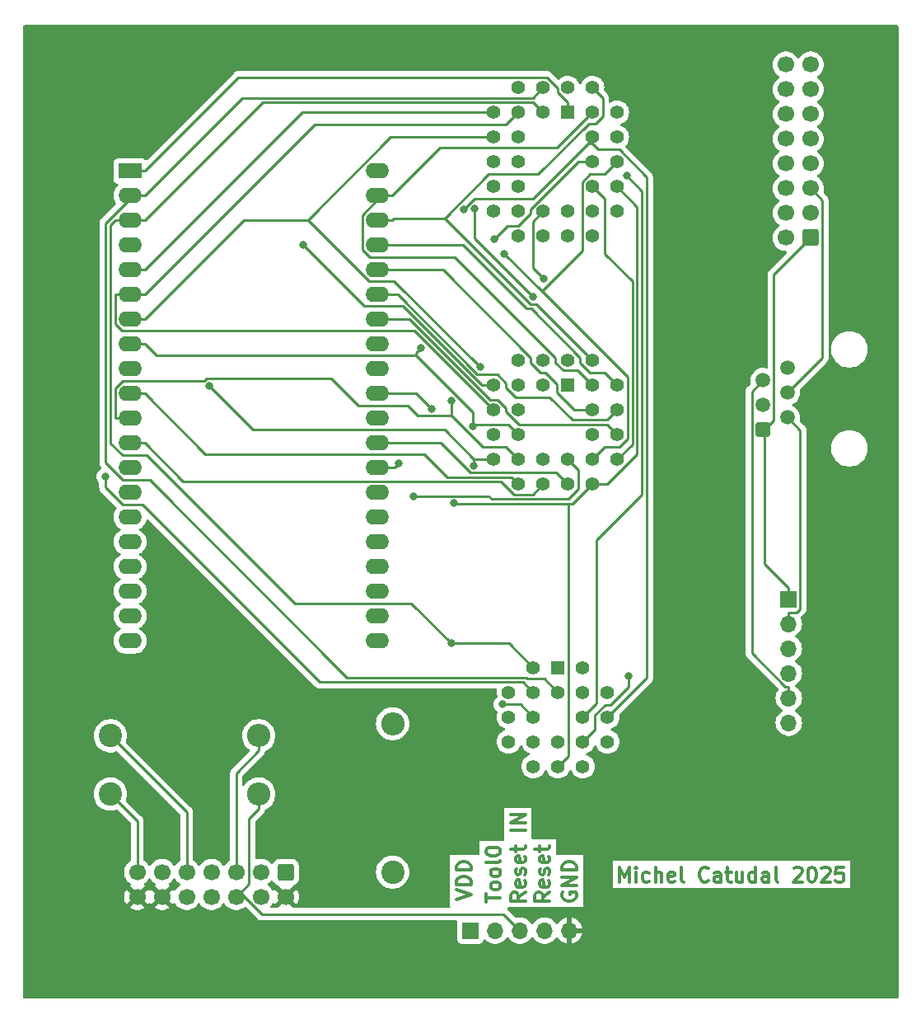
<source format=gtl>
G04 #@! TF.GenerationSoftware,KiCad,Pcbnew,8.0.6*
G04 #@! TF.CreationDate,2025-01-14T22:13:31-05:00*
G04 #@! TF.ProjectId,ConnAdapter,436f6e6e-4164-4617-9074-65722e6b6963,rev?*
G04 #@! TF.SameCoordinates,Original*
G04 #@! TF.FileFunction,Copper,L1,Top*
G04 #@! TF.FilePolarity,Positive*
%FSLAX46Y46*%
G04 Gerber Fmt 4.6, Leading zero omitted, Abs format (unit mm)*
G04 Created by KiCad (PCBNEW 8.0.6) date 2025-01-14 22:13:31*
%MOMM*%
%LPD*%
G01*
G04 APERTURE LIST*
G04 Aperture macros list*
%AMRoundRect*
0 Rectangle with rounded corners*
0 $1 Rounding radius*
0 $2 $3 $4 $5 $6 $7 $8 $9 X,Y pos of 4 corners*
0 Add a 4 corners polygon primitive as box body*
4,1,4,$2,$3,$4,$5,$6,$7,$8,$9,$2,$3,0*
0 Add four circle primitives for the rounded corners*
1,1,$1+$1,$2,$3*
1,1,$1+$1,$4,$5*
1,1,$1+$1,$6,$7*
1,1,$1+$1,$8,$9*
0 Add four rect primitives between the rounded corners*
20,1,$1+$1,$2,$3,$4,$5,0*
20,1,$1+$1,$4,$5,$6,$7,0*
20,1,$1+$1,$6,$7,$8,$9,0*
20,1,$1+$1,$8,$9,$2,$3,0*%
G04 Aperture macros list end*
%ADD10C,0.300000*%
G04 #@! TA.AperFunction,NonConductor*
%ADD11C,0.300000*%
G04 #@! TD*
G04 #@! TA.AperFunction,ComponentPad*
%ADD12O,2.400000X2.400000*%
G04 #@! TD*
G04 #@! TA.AperFunction,ComponentPad*
%ADD13C,2.400000*%
G04 #@! TD*
G04 #@! TA.AperFunction,ComponentPad*
%ADD14O,1.700000X1.700000*%
G04 #@! TD*
G04 #@! TA.AperFunction,ComponentPad*
%ADD15R,1.700000X1.700000*%
G04 #@! TD*
G04 #@! TA.AperFunction,ComponentPad*
%ADD16C,1.700000*%
G04 #@! TD*
G04 #@! TA.AperFunction,ComponentPad*
%ADD17RoundRect,0.250000X0.600000X0.600000X-0.600000X0.600000X-0.600000X-0.600000X0.600000X-0.600000X0*%
G04 #@! TD*
G04 #@! TA.AperFunction,ComponentPad*
%ADD18C,1.422400*%
G04 #@! TD*
G04 #@! TA.AperFunction,ComponentPad*
%ADD19R,1.422400X1.422400*%
G04 #@! TD*
G04 #@! TA.AperFunction,ComponentPad*
%ADD20C,1.520000*%
G04 #@! TD*
G04 #@! TA.AperFunction,ComponentPad*
%ADD21RoundRect,0.250000X0.510000X-0.510000X0.510000X0.510000X-0.510000X0.510000X-0.510000X-0.510000X0*%
G04 #@! TD*
G04 #@! TA.AperFunction,ComponentPad*
%ADD22RoundRect,0.250000X-0.600000X0.600000X-0.600000X-0.600000X0.600000X-0.600000X0.600000X0.600000X0*%
G04 #@! TD*
G04 #@! TA.AperFunction,ComponentPad*
%ADD23O,2.400000X1.600000*%
G04 #@! TD*
G04 #@! TA.AperFunction,ComponentPad*
%ADD24R,2.400000X1.600000*%
G04 #@! TD*
G04 #@! TA.AperFunction,ViaPad*
%ADD25C,0.800000*%
G04 #@! TD*
G04 #@! TA.AperFunction,Conductor*
%ADD26C,0.250000*%
G04 #@! TD*
G04 APERTURE END LIST*
D10*
D11*
X161304510Y-143000828D02*
X161304510Y-141500828D01*
X161304510Y-141500828D02*
X161804510Y-142572257D01*
X161804510Y-142572257D02*
X162304510Y-141500828D01*
X162304510Y-141500828D02*
X162304510Y-143000828D01*
X163018796Y-143000828D02*
X163018796Y-142000828D01*
X163018796Y-141500828D02*
X162947368Y-141572257D01*
X162947368Y-141572257D02*
X163018796Y-141643685D01*
X163018796Y-141643685D02*
X163090225Y-141572257D01*
X163090225Y-141572257D02*
X163018796Y-141500828D01*
X163018796Y-141500828D02*
X163018796Y-141643685D01*
X164375940Y-142929400D02*
X164233082Y-143000828D01*
X164233082Y-143000828D02*
X163947368Y-143000828D01*
X163947368Y-143000828D02*
X163804511Y-142929400D01*
X163804511Y-142929400D02*
X163733082Y-142857971D01*
X163733082Y-142857971D02*
X163661654Y-142715114D01*
X163661654Y-142715114D02*
X163661654Y-142286542D01*
X163661654Y-142286542D02*
X163733082Y-142143685D01*
X163733082Y-142143685D02*
X163804511Y-142072257D01*
X163804511Y-142072257D02*
X163947368Y-142000828D01*
X163947368Y-142000828D02*
X164233082Y-142000828D01*
X164233082Y-142000828D02*
X164375940Y-142072257D01*
X165018796Y-143000828D02*
X165018796Y-141500828D01*
X165661654Y-143000828D02*
X165661654Y-142215114D01*
X165661654Y-142215114D02*
X165590225Y-142072257D01*
X165590225Y-142072257D02*
X165447368Y-142000828D01*
X165447368Y-142000828D02*
X165233082Y-142000828D01*
X165233082Y-142000828D02*
X165090225Y-142072257D01*
X165090225Y-142072257D02*
X165018796Y-142143685D01*
X166947368Y-142929400D02*
X166804511Y-143000828D01*
X166804511Y-143000828D02*
X166518797Y-143000828D01*
X166518797Y-143000828D02*
X166375939Y-142929400D01*
X166375939Y-142929400D02*
X166304511Y-142786542D01*
X166304511Y-142786542D02*
X166304511Y-142215114D01*
X166304511Y-142215114D02*
X166375939Y-142072257D01*
X166375939Y-142072257D02*
X166518797Y-142000828D01*
X166518797Y-142000828D02*
X166804511Y-142000828D01*
X166804511Y-142000828D02*
X166947368Y-142072257D01*
X166947368Y-142072257D02*
X167018797Y-142215114D01*
X167018797Y-142215114D02*
X167018797Y-142357971D01*
X167018797Y-142357971D02*
X166304511Y-142500828D01*
X167875939Y-143000828D02*
X167733082Y-142929400D01*
X167733082Y-142929400D02*
X167661653Y-142786542D01*
X167661653Y-142786542D02*
X167661653Y-141500828D01*
X170447367Y-142857971D02*
X170375939Y-142929400D01*
X170375939Y-142929400D02*
X170161653Y-143000828D01*
X170161653Y-143000828D02*
X170018796Y-143000828D01*
X170018796Y-143000828D02*
X169804510Y-142929400D01*
X169804510Y-142929400D02*
X169661653Y-142786542D01*
X169661653Y-142786542D02*
X169590224Y-142643685D01*
X169590224Y-142643685D02*
X169518796Y-142357971D01*
X169518796Y-142357971D02*
X169518796Y-142143685D01*
X169518796Y-142143685D02*
X169590224Y-141857971D01*
X169590224Y-141857971D02*
X169661653Y-141715114D01*
X169661653Y-141715114D02*
X169804510Y-141572257D01*
X169804510Y-141572257D02*
X170018796Y-141500828D01*
X170018796Y-141500828D02*
X170161653Y-141500828D01*
X170161653Y-141500828D02*
X170375939Y-141572257D01*
X170375939Y-141572257D02*
X170447367Y-141643685D01*
X171733082Y-143000828D02*
X171733082Y-142215114D01*
X171733082Y-142215114D02*
X171661653Y-142072257D01*
X171661653Y-142072257D02*
X171518796Y-142000828D01*
X171518796Y-142000828D02*
X171233082Y-142000828D01*
X171233082Y-142000828D02*
X171090224Y-142072257D01*
X171733082Y-142929400D02*
X171590224Y-143000828D01*
X171590224Y-143000828D02*
X171233082Y-143000828D01*
X171233082Y-143000828D02*
X171090224Y-142929400D01*
X171090224Y-142929400D02*
X171018796Y-142786542D01*
X171018796Y-142786542D02*
X171018796Y-142643685D01*
X171018796Y-142643685D02*
X171090224Y-142500828D01*
X171090224Y-142500828D02*
X171233082Y-142429400D01*
X171233082Y-142429400D02*
X171590224Y-142429400D01*
X171590224Y-142429400D02*
X171733082Y-142357971D01*
X172233082Y-142000828D02*
X172804510Y-142000828D01*
X172447367Y-141500828D02*
X172447367Y-142786542D01*
X172447367Y-142786542D02*
X172518796Y-142929400D01*
X172518796Y-142929400D02*
X172661653Y-143000828D01*
X172661653Y-143000828D02*
X172804510Y-143000828D01*
X173947368Y-142000828D02*
X173947368Y-143000828D01*
X173304510Y-142000828D02*
X173304510Y-142786542D01*
X173304510Y-142786542D02*
X173375939Y-142929400D01*
X173375939Y-142929400D02*
X173518796Y-143000828D01*
X173518796Y-143000828D02*
X173733082Y-143000828D01*
X173733082Y-143000828D02*
X173875939Y-142929400D01*
X173875939Y-142929400D02*
X173947368Y-142857971D01*
X175304511Y-143000828D02*
X175304511Y-141500828D01*
X175304511Y-142929400D02*
X175161653Y-143000828D01*
X175161653Y-143000828D02*
X174875939Y-143000828D01*
X174875939Y-143000828D02*
X174733082Y-142929400D01*
X174733082Y-142929400D02*
X174661653Y-142857971D01*
X174661653Y-142857971D02*
X174590225Y-142715114D01*
X174590225Y-142715114D02*
X174590225Y-142286542D01*
X174590225Y-142286542D02*
X174661653Y-142143685D01*
X174661653Y-142143685D02*
X174733082Y-142072257D01*
X174733082Y-142072257D02*
X174875939Y-142000828D01*
X174875939Y-142000828D02*
X175161653Y-142000828D01*
X175161653Y-142000828D02*
X175304511Y-142072257D01*
X176661654Y-143000828D02*
X176661654Y-142215114D01*
X176661654Y-142215114D02*
X176590225Y-142072257D01*
X176590225Y-142072257D02*
X176447368Y-142000828D01*
X176447368Y-142000828D02*
X176161654Y-142000828D01*
X176161654Y-142000828D02*
X176018796Y-142072257D01*
X176661654Y-142929400D02*
X176518796Y-143000828D01*
X176518796Y-143000828D02*
X176161654Y-143000828D01*
X176161654Y-143000828D02*
X176018796Y-142929400D01*
X176018796Y-142929400D02*
X175947368Y-142786542D01*
X175947368Y-142786542D02*
X175947368Y-142643685D01*
X175947368Y-142643685D02*
X176018796Y-142500828D01*
X176018796Y-142500828D02*
X176161654Y-142429400D01*
X176161654Y-142429400D02*
X176518796Y-142429400D01*
X176518796Y-142429400D02*
X176661654Y-142357971D01*
X177590225Y-143000828D02*
X177447368Y-142929400D01*
X177447368Y-142929400D02*
X177375939Y-142786542D01*
X177375939Y-142786542D02*
X177375939Y-141500828D01*
X179233082Y-141643685D02*
X179304510Y-141572257D01*
X179304510Y-141572257D02*
X179447368Y-141500828D01*
X179447368Y-141500828D02*
X179804510Y-141500828D01*
X179804510Y-141500828D02*
X179947368Y-141572257D01*
X179947368Y-141572257D02*
X180018796Y-141643685D01*
X180018796Y-141643685D02*
X180090225Y-141786542D01*
X180090225Y-141786542D02*
X180090225Y-141929400D01*
X180090225Y-141929400D02*
X180018796Y-142143685D01*
X180018796Y-142143685D02*
X179161653Y-143000828D01*
X179161653Y-143000828D02*
X180090225Y-143000828D01*
X181018796Y-141500828D02*
X181161653Y-141500828D01*
X181161653Y-141500828D02*
X181304510Y-141572257D01*
X181304510Y-141572257D02*
X181375939Y-141643685D01*
X181375939Y-141643685D02*
X181447367Y-141786542D01*
X181447367Y-141786542D02*
X181518796Y-142072257D01*
X181518796Y-142072257D02*
X181518796Y-142429400D01*
X181518796Y-142429400D02*
X181447367Y-142715114D01*
X181447367Y-142715114D02*
X181375939Y-142857971D01*
X181375939Y-142857971D02*
X181304510Y-142929400D01*
X181304510Y-142929400D02*
X181161653Y-143000828D01*
X181161653Y-143000828D02*
X181018796Y-143000828D01*
X181018796Y-143000828D02*
X180875939Y-142929400D01*
X180875939Y-142929400D02*
X180804510Y-142857971D01*
X180804510Y-142857971D02*
X180733081Y-142715114D01*
X180733081Y-142715114D02*
X180661653Y-142429400D01*
X180661653Y-142429400D02*
X180661653Y-142072257D01*
X180661653Y-142072257D02*
X180733081Y-141786542D01*
X180733081Y-141786542D02*
X180804510Y-141643685D01*
X180804510Y-141643685D02*
X180875939Y-141572257D01*
X180875939Y-141572257D02*
X181018796Y-141500828D01*
X182090224Y-141643685D02*
X182161652Y-141572257D01*
X182161652Y-141572257D02*
X182304510Y-141500828D01*
X182304510Y-141500828D02*
X182661652Y-141500828D01*
X182661652Y-141500828D02*
X182804510Y-141572257D01*
X182804510Y-141572257D02*
X182875938Y-141643685D01*
X182875938Y-141643685D02*
X182947367Y-141786542D01*
X182947367Y-141786542D02*
X182947367Y-141929400D01*
X182947367Y-141929400D02*
X182875938Y-142143685D01*
X182875938Y-142143685D02*
X182018795Y-143000828D01*
X182018795Y-143000828D02*
X182947367Y-143000828D01*
X184304509Y-141500828D02*
X183590223Y-141500828D01*
X183590223Y-141500828D02*
X183518795Y-142215114D01*
X183518795Y-142215114D02*
X183590223Y-142143685D01*
X183590223Y-142143685D02*
X183733081Y-142072257D01*
X183733081Y-142072257D02*
X184090223Y-142072257D01*
X184090223Y-142072257D02*
X184233081Y-142143685D01*
X184233081Y-142143685D02*
X184304509Y-142215114D01*
X184304509Y-142215114D02*
X184375938Y-142357971D01*
X184375938Y-142357971D02*
X184375938Y-142715114D01*
X184375938Y-142715114D02*
X184304509Y-142857971D01*
X184304509Y-142857971D02*
X184233081Y-142929400D01*
X184233081Y-142929400D02*
X184090223Y-143000828D01*
X184090223Y-143000828D02*
X183733081Y-143000828D01*
X183733081Y-143000828D02*
X183590223Y-142929400D01*
X183590223Y-142929400D02*
X183518795Y-142857971D01*
D10*
D11*
X154120828Y-144098346D02*
X153406542Y-144598346D01*
X154120828Y-144955489D02*
X152620828Y-144955489D01*
X152620828Y-144955489D02*
X152620828Y-144384060D01*
X152620828Y-144384060D02*
X152692257Y-144241203D01*
X152692257Y-144241203D02*
X152763685Y-144169774D01*
X152763685Y-144169774D02*
X152906542Y-144098346D01*
X152906542Y-144098346D02*
X153120828Y-144098346D01*
X153120828Y-144098346D02*
X153263685Y-144169774D01*
X153263685Y-144169774D02*
X153335114Y-144241203D01*
X153335114Y-144241203D02*
X153406542Y-144384060D01*
X153406542Y-144384060D02*
X153406542Y-144955489D01*
X154049400Y-142884060D02*
X154120828Y-143026917D01*
X154120828Y-143026917D02*
X154120828Y-143312632D01*
X154120828Y-143312632D02*
X154049400Y-143455489D01*
X154049400Y-143455489D02*
X153906542Y-143526917D01*
X153906542Y-143526917D02*
X153335114Y-143526917D01*
X153335114Y-143526917D02*
X153192257Y-143455489D01*
X153192257Y-143455489D02*
X153120828Y-143312632D01*
X153120828Y-143312632D02*
X153120828Y-143026917D01*
X153120828Y-143026917D02*
X153192257Y-142884060D01*
X153192257Y-142884060D02*
X153335114Y-142812632D01*
X153335114Y-142812632D02*
X153477971Y-142812632D01*
X153477971Y-142812632D02*
X153620828Y-143526917D01*
X154049400Y-142241203D02*
X154120828Y-142098346D01*
X154120828Y-142098346D02*
X154120828Y-141812632D01*
X154120828Y-141812632D02*
X154049400Y-141669775D01*
X154049400Y-141669775D02*
X153906542Y-141598346D01*
X153906542Y-141598346D02*
X153835114Y-141598346D01*
X153835114Y-141598346D02*
X153692257Y-141669775D01*
X153692257Y-141669775D02*
X153620828Y-141812632D01*
X153620828Y-141812632D02*
X153620828Y-142026918D01*
X153620828Y-142026918D02*
X153549400Y-142169775D01*
X153549400Y-142169775D02*
X153406542Y-142241203D01*
X153406542Y-142241203D02*
X153335114Y-142241203D01*
X153335114Y-142241203D02*
X153192257Y-142169775D01*
X153192257Y-142169775D02*
X153120828Y-142026918D01*
X153120828Y-142026918D02*
X153120828Y-141812632D01*
X153120828Y-141812632D02*
X153192257Y-141669775D01*
X154049400Y-140384060D02*
X154120828Y-140526917D01*
X154120828Y-140526917D02*
X154120828Y-140812632D01*
X154120828Y-140812632D02*
X154049400Y-140955489D01*
X154049400Y-140955489D02*
X153906542Y-141026917D01*
X153906542Y-141026917D02*
X153335114Y-141026917D01*
X153335114Y-141026917D02*
X153192257Y-140955489D01*
X153192257Y-140955489D02*
X153120828Y-140812632D01*
X153120828Y-140812632D02*
X153120828Y-140526917D01*
X153120828Y-140526917D02*
X153192257Y-140384060D01*
X153192257Y-140384060D02*
X153335114Y-140312632D01*
X153335114Y-140312632D02*
X153477971Y-140312632D01*
X153477971Y-140312632D02*
X153620828Y-141026917D01*
X153120828Y-139884060D02*
X153120828Y-139312632D01*
X152620828Y-139669775D02*
X153906542Y-139669775D01*
X153906542Y-139669775D02*
X154049400Y-139598346D01*
X154049400Y-139598346D02*
X154120828Y-139455489D01*
X154120828Y-139455489D02*
X154120828Y-139312632D01*
D10*
D11*
X155482257Y-144099774D02*
X155410828Y-144242632D01*
X155410828Y-144242632D02*
X155410828Y-144456917D01*
X155410828Y-144456917D02*
X155482257Y-144671203D01*
X155482257Y-144671203D02*
X155625114Y-144814060D01*
X155625114Y-144814060D02*
X155767971Y-144885489D01*
X155767971Y-144885489D02*
X156053685Y-144956917D01*
X156053685Y-144956917D02*
X156267971Y-144956917D01*
X156267971Y-144956917D02*
X156553685Y-144885489D01*
X156553685Y-144885489D02*
X156696542Y-144814060D01*
X156696542Y-144814060D02*
X156839400Y-144671203D01*
X156839400Y-144671203D02*
X156910828Y-144456917D01*
X156910828Y-144456917D02*
X156910828Y-144314060D01*
X156910828Y-144314060D02*
X156839400Y-144099774D01*
X156839400Y-144099774D02*
X156767971Y-144028346D01*
X156767971Y-144028346D02*
X156267971Y-144028346D01*
X156267971Y-144028346D02*
X156267971Y-144314060D01*
X156910828Y-143385489D02*
X155410828Y-143385489D01*
X155410828Y-143385489D02*
X156910828Y-142528346D01*
X156910828Y-142528346D02*
X155410828Y-142528346D01*
X156910828Y-141814060D02*
X155410828Y-141814060D01*
X155410828Y-141814060D02*
X155410828Y-141456917D01*
X155410828Y-141456917D02*
X155482257Y-141242631D01*
X155482257Y-141242631D02*
X155625114Y-141099774D01*
X155625114Y-141099774D02*
X155767971Y-141028345D01*
X155767971Y-141028345D02*
X156053685Y-140956917D01*
X156053685Y-140956917D02*
X156267971Y-140956917D01*
X156267971Y-140956917D02*
X156553685Y-141028345D01*
X156553685Y-141028345D02*
X156696542Y-141099774D01*
X156696542Y-141099774D02*
X156839400Y-141242631D01*
X156839400Y-141242631D02*
X156910828Y-141456917D01*
X156910828Y-141456917D02*
X156910828Y-141814060D01*
D10*
D11*
X147570828Y-145099774D02*
X147570828Y-144242632D01*
X149070828Y-144671203D02*
X147570828Y-144671203D01*
X149070828Y-143528346D02*
X148999400Y-143671203D01*
X148999400Y-143671203D02*
X148927971Y-143742632D01*
X148927971Y-143742632D02*
X148785114Y-143814060D01*
X148785114Y-143814060D02*
X148356542Y-143814060D01*
X148356542Y-143814060D02*
X148213685Y-143742632D01*
X148213685Y-143742632D02*
X148142257Y-143671203D01*
X148142257Y-143671203D02*
X148070828Y-143528346D01*
X148070828Y-143528346D02*
X148070828Y-143314060D01*
X148070828Y-143314060D02*
X148142257Y-143171203D01*
X148142257Y-143171203D02*
X148213685Y-143099775D01*
X148213685Y-143099775D02*
X148356542Y-143028346D01*
X148356542Y-143028346D02*
X148785114Y-143028346D01*
X148785114Y-143028346D02*
X148927971Y-143099775D01*
X148927971Y-143099775D02*
X148999400Y-143171203D01*
X148999400Y-143171203D02*
X149070828Y-143314060D01*
X149070828Y-143314060D02*
X149070828Y-143528346D01*
X149070828Y-142171203D02*
X148999400Y-142314060D01*
X148999400Y-142314060D02*
X148927971Y-142385489D01*
X148927971Y-142385489D02*
X148785114Y-142456917D01*
X148785114Y-142456917D02*
X148356542Y-142456917D01*
X148356542Y-142456917D02*
X148213685Y-142385489D01*
X148213685Y-142385489D02*
X148142257Y-142314060D01*
X148142257Y-142314060D02*
X148070828Y-142171203D01*
X148070828Y-142171203D02*
X148070828Y-141956917D01*
X148070828Y-141956917D02*
X148142257Y-141814060D01*
X148142257Y-141814060D02*
X148213685Y-141742632D01*
X148213685Y-141742632D02*
X148356542Y-141671203D01*
X148356542Y-141671203D02*
X148785114Y-141671203D01*
X148785114Y-141671203D02*
X148927971Y-141742632D01*
X148927971Y-141742632D02*
X148999400Y-141814060D01*
X148999400Y-141814060D02*
X149070828Y-141956917D01*
X149070828Y-141956917D02*
X149070828Y-142171203D01*
X149070828Y-140814060D02*
X148999400Y-140956917D01*
X148999400Y-140956917D02*
X148856542Y-141028346D01*
X148856542Y-141028346D02*
X147570828Y-141028346D01*
X147570828Y-139956917D02*
X147570828Y-139814060D01*
X147570828Y-139814060D02*
X147642257Y-139671203D01*
X147642257Y-139671203D02*
X147713685Y-139599775D01*
X147713685Y-139599775D02*
X147856542Y-139528346D01*
X147856542Y-139528346D02*
X148142257Y-139456917D01*
X148142257Y-139456917D02*
X148499400Y-139456917D01*
X148499400Y-139456917D02*
X148785114Y-139528346D01*
X148785114Y-139528346D02*
X148927971Y-139599775D01*
X148927971Y-139599775D02*
X148999400Y-139671203D01*
X148999400Y-139671203D02*
X149070828Y-139814060D01*
X149070828Y-139814060D02*
X149070828Y-139956917D01*
X149070828Y-139956917D02*
X148999400Y-140099775D01*
X148999400Y-140099775D02*
X148927971Y-140171203D01*
X148927971Y-140171203D02*
X148785114Y-140242632D01*
X148785114Y-140242632D02*
X148499400Y-140314060D01*
X148499400Y-140314060D02*
X148142257Y-140314060D01*
X148142257Y-140314060D02*
X147856542Y-140242632D01*
X147856542Y-140242632D02*
X147713685Y-140171203D01*
X147713685Y-140171203D02*
X147642257Y-140099775D01*
X147642257Y-140099775D02*
X147570828Y-139956917D01*
D10*
D11*
X151630828Y-144098346D02*
X150916542Y-144598346D01*
X151630828Y-144955489D02*
X150130828Y-144955489D01*
X150130828Y-144955489D02*
X150130828Y-144384060D01*
X150130828Y-144384060D02*
X150202257Y-144241203D01*
X150202257Y-144241203D02*
X150273685Y-144169774D01*
X150273685Y-144169774D02*
X150416542Y-144098346D01*
X150416542Y-144098346D02*
X150630828Y-144098346D01*
X150630828Y-144098346D02*
X150773685Y-144169774D01*
X150773685Y-144169774D02*
X150845114Y-144241203D01*
X150845114Y-144241203D02*
X150916542Y-144384060D01*
X150916542Y-144384060D02*
X150916542Y-144955489D01*
X151559400Y-142884060D02*
X151630828Y-143026917D01*
X151630828Y-143026917D02*
X151630828Y-143312632D01*
X151630828Y-143312632D02*
X151559400Y-143455489D01*
X151559400Y-143455489D02*
X151416542Y-143526917D01*
X151416542Y-143526917D02*
X150845114Y-143526917D01*
X150845114Y-143526917D02*
X150702257Y-143455489D01*
X150702257Y-143455489D02*
X150630828Y-143312632D01*
X150630828Y-143312632D02*
X150630828Y-143026917D01*
X150630828Y-143026917D02*
X150702257Y-142884060D01*
X150702257Y-142884060D02*
X150845114Y-142812632D01*
X150845114Y-142812632D02*
X150987971Y-142812632D01*
X150987971Y-142812632D02*
X151130828Y-143526917D01*
X151559400Y-142241203D02*
X151630828Y-142098346D01*
X151630828Y-142098346D02*
X151630828Y-141812632D01*
X151630828Y-141812632D02*
X151559400Y-141669775D01*
X151559400Y-141669775D02*
X151416542Y-141598346D01*
X151416542Y-141598346D02*
X151345114Y-141598346D01*
X151345114Y-141598346D02*
X151202257Y-141669775D01*
X151202257Y-141669775D02*
X151130828Y-141812632D01*
X151130828Y-141812632D02*
X151130828Y-142026918D01*
X151130828Y-142026918D02*
X151059400Y-142169775D01*
X151059400Y-142169775D02*
X150916542Y-142241203D01*
X150916542Y-142241203D02*
X150845114Y-142241203D01*
X150845114Y-142241203D02*
X150702257Y-142169775D01*
X150702257Y-142169775D02*
X150630828Y-142026918D01*
X150630828Y-142026918D02*
X150630828Y-141812632D01*
X150630828Y-141812632D02*
X150702257Y-141669775D01*
X151559400Y-140384060D02*
X151630828Y-140526917D01*
X151630828Y-140526917D02*
X151630828Y-140812632D01*
X151630828Y-140812632D02*
X151559400Y-140955489D01*
X151559400Y-140955489D02*
X151416542Y-141026917D01*
X151416542Y-141026917D02*
X150845114Y-141026917D01*
X150845114Y-141026917D02*
X150702257Y-140955489D01*
X150702257Y-140955489D02*
X150630828Y-140812632D01*
X150630828Y-140812632D02*
X150630828Y-140526917D01*
X150630828Y-140526917D02*
X150702257Y-140384060D01*
X150702257Y-140384060D02*
X150845114Y-140312632D01*
X150845114Y-140312632D02*
X150987971Y-140312632D01*
X150987971Y-140312632D02*
X151130828Y-141026917D01*
X150630828Y-139884060D02*
X150630828Y-139312632D01*
X150130828Y-139669775D02*
X151416542Y-139669775D01*
X151416542Y-139669775D02*
X151559400Y-139598346D01*
X151559400Y-139598346D02*
X151630828Y-139455489D01*
X151630828Y-139455489D02*
X151630828Y-139312632D01*
X151630828Y-137669775D02*
X150130828Y-137669775D01*
X151630828Y-136955489D02*
X150130828Y-136955489D01*
X150130828Y-136955489D02*
X151630828Y-136098346D01*
X151630828Y-136098346D02*
X150130828Y-136098346D01*
D10*
D11*
X144550828Y-144799774D02*
X146050828Y-144299774D01*
X146050828Y-144299774D02*
X144550828Y-143799774D01*
X146050828Y-143299775D02*
X144550828Y-143299775D01*
X144550828Y-143299775D02*
X144550828Y-142942632D01*
X144550828Y-142942632D02*
X144622257Y-142728346D01*
X144622257Y-142728346D02*
X144765114Y-142585489D01*
X144765114Y-142585489D02*
X144907971Y-142514060D01*
X144907971Y-142514060D02*
X145193685Y-142442632D01*
X145193685Y-142442632D02*
X145407971Y-142442632D01*
X145407971Y-142442632D02*
X145693685Y-142514060D01*
X145693685Y-142514060D02*
X145836542Y-142585489D01*
X145836542Y-142585489D02*
X145979400Y-142728346D01*
X145979400Y-142728346D02*
X146050828Y-142942632D01*
X146050828Y-142942632D02*
X146050828Y-143299775D01*
X146050828Y-141799775D02*
X144550828Y-141799775D01*
X144550828Y-141799775D02*
X144550828Y-141442632D01*
X144550828Y-141442632D02*
X144622257Y-141228346D01*
X144622257Y-141228346D02*
X144765114Y-141085489D01*
X144765114Y-141085489D02*
X144907971Y-141014060D01*
X144907971Y-141014060D02*
X145193685Y-140942632D01*
X145193685Y-140942632D02*
X145407971Y-140942632D01*
X145407971Y-140942632D02*
X145693685Y-141014060D01*
X145693685Y-141014060D02*
X145836542Y-141085489D01*
X145836542Y-141085489D02*
X145979400Y-141228346D01*
X145979400Y-141228346D02*
X146050828Y-141442632D01*
X146050828Y-141442632D02*
X146050828Y-141799775D01*
D12*
X124240000Y-128000000D03*
D13*
X109000000Y-128000000D03*
D14*
X178710000Y-126660000D03*
X178710000Y-124120000D03*
X178710000Y-121580000D03*
X178710000Y-119040000D03*
X178710000Y-116500000D03*
D15*
X178710000Y-113960000D03*
D14*
X156160000Y-148000000D03*
X153620000Y-148000000D03*
X151080000Y-148000000D03*
X148540000Y-148000000D03*
D15*
X146000000Y-148000000D03*
D16*
X178420000Y-59090000D03*
X180960000Y-59090000D03*
X178420000Y-61630000D03*
X180960000Y-61630000D03*
X178420000Y-64170000D03*
X180960000Y-64170000D03*
X178420000Y-66710000D03*
X180960000Y-66710000D03*
X178420000Y-69250000D03*
X180960000Y-69250000D03*
X178420000Y-71790000D03*
X180960000Y-71790000D03*
X178420000Y-74330000D03*
X180960000Y-74330000D03*
X178420000Y-76870000D03*
D17*
X180960000Y-76870000D03*
D18*
X157540000Y-123540000D03*
X157540000Y-121000000D03*
X160080000Y-123540000D03*
X157540000Y-126080000D03*
X160080000Y-126080000D03*
X157540000Y-128620000D03*
X160080000Y-128620000D03*
X157540000Y-131160000D03*
X155000000Y-128620000D03*
X155000000Y-131160000D03*
X152460000Y-128620000D03*
X152460000Y-131160000D03*
X149920000Y-128620000D03*
X152460000Y-126080000D03*
X149920000Y-126080000D03*
X152460000Y-123540000D03*
X149920000Y-123540000D03*
X152460000Y-121000000D03*
X155000000Y-123540000D03*
D19*
X155000000Y-121000000D03*
D12*
X124240000Y-134000000D03*
D13*
X109000000Y-134000000D03*
D18*
X156000000Y-61460000D03*
X158540000Y-64000000D03*
X158540000Y-61460000D03*
X161080000Y-64000000D03*
X158540000Y-66540000D03*
X161080000Y-66540000D03*
X158540000Y-69080000D03*
X161080000Y-69080000D03*
X158540000Y-71620000D03*
X161080000Y-71620000D03*
X158540000Y-74160000D03*
X161080000Y-74160000D03*
X158540000Y-76700000D03*
X156000000Y-74160000D03*
X156000000Y-76700000D03*
X153460000Y-74160000D03*
X153460000Y-76700000D03*
X150920000Y-74160000D03*
X150920000Y-76700000D03*
X148380000Y-74160000D03*
X150920000Y-71620000D03*
X148380000Y-71620000D03*
X150920000Y-69080000D03*
X148380000Y-69080000D03*
X150920000Y-66540000D03*
X148380000Y-66540000D03*
X150920000Y-64000000D03*
X148380000Y-64000000D03*
X150920000Y-61460000D03*
X153460000Y-64000000D03*
X153460000Y-61460000D03*
D19*
X156000000Y-64000000D03*
D20*
X178590000Y-90230000D03*
X176050000Y-91500000D03*
X178590000Y-92770000D03*
X176050000Y-94040000D03*
X178590000Y-95310000D03*
D21*
X176050000Y-96580000D03*
D16*
X111760000Y-144540000D03*
X111760000Y-142000000D03*
X114300000Y-144540000D03*
X114300000Y-142000000D03*
X116840000Y-144540000D03*
X116840000Y-142000000D03*
X119380000Y-144540000D03*
X119380000Y-142000000D03*
X121920000Y-144540000D03*
X121920000Y-142000000D03*
X124460000Y-144540000D03*
X124460000Y-142000000D03*
X127000000Y-144540000D03*
D22*
X127000000Y-142000000D03*
D18*
X156000000Y-89460000D03*
X158540000Y-92000000D03*
X158540000Y-89460000D03*
X161080000Y-92000000D03*
X158540000Y-94540000D03*
X161080000Y-94540000D03*
X158540000Y-97080000D03*
X161080000Y-97080000D03*
X158540000Y-99620000D03*
X161080000Y-99620000D03*
X158540000Y-102160000D03*
X156000000Y-99620000D03*
X156000000Y-102160000D03*
X153460000Y-99620000D03*
X153460000Y-102160000D03*
X150920000Y-99620000D03*
X150920000Y-102160000D03*
X148380000Y-99620000D03*
X150920000Y-97080000D03*
X148380000Y-97080000D03*
X150920000Y-94540000D03*
X148380000Y-94540000D03*
X150920000Y-92000000D03*
X148380000Y-92000000D03*
X150920000Y-89460000D03*
X153460000Y-92000000D03*
X153460000Y-89460000D03*
D19*
X156000000Y-92000000D03*
D23*
X136400000Y-70000000D03*
X136400000Y-72540000D03*
X136400000Y-75080000D03*
X136400000Y-77620000D03*
X136400000Y-80160000D03*
X136400000Y-82700000D03*
X136400000Y-85240000D03*
X136400000Y-87780000D03*
X136400000Y-90320000D03*
X136400000Y-92860000D03*
X136400000Y-95400000D03*
X136400000Y-97940000D03*
X136400000Y-100480000D03*
X136400000Y-103020000D03*
X136400000Y-105560000D03*
X136400000Y-108100000D03*
X136400000Y-110640000D03*
X136400000Y-113180000D03*
X136400000Y-115720000D03*
X136400000Y-118260000D03*
X111000000Y-118260000D03*
X111000000Y-115720000D03*
X111000000Y-113180000D03*
X111000000Y-110640000D03*
X111000000Y-108100000D03*
X111000000Y-105560000D03*
X111000000Y-103020000D03*
X111000000Y-100480000D03*
X111000000Y-97940000D03*
X111000000Y-95400000D03*
X111000000Y-92860000D03*
X111000000Y-90320000D03*
X111000000Y-87780000D03*
X111000000Y-85240000D03*
X111000000Y-82700000D03*
X111000000Y-80160000D03*
X111000000Y-77620000D03*
X111000000Y-75080000D03*
X111000000Y-72540000D03*
D24*
X111000000Y-70000000D03*
D12*
X138000000Y-126760000D03*
D13*
X138000000Y-142000000D03*
D25*
X144014000Y-118530000D03*
X128790000Y-77584300D03*
X108476000Y-101378000D03*
X149276000Y-124771000D03*
X146986000Y-90156400D03*
X140932000Y-88139100D03*
X146240000Y-96212500D03*
X146368000Y-100262000D03*
X119187000Y-92091300D03*
X146447000Y-73910200D03*
X144056000Y-93631100D03*
X152464000Y-82954600D03*
X153536000Y-81080300D03*
X138663000Y-100039000D03*
X140109000Y-103383000D03*
X141972000Y-94411500D03*
X144336000Y-104112000D03*
X149502000Y-78491300D03*
X148426000Y-77001700D03*
X162257000Y-121913000D03*
X145307000Y-73979900D03*
X162064000Y-70506200D03*
D26*
X156000000Y-62961900D02*
X156000000Y-64000000D01*
X111000000Y-70000000D02*
X112527000Y-70000000D01*
X154962000Y-61923800D02*
X156000000Y-62961900D01*
X112527000Y-70000000D02*
X122152000Y-60374800D01*
X122152000Y-60374800D02*
X153850000Y-60374800D01*
X154962000Y-61486500D02*
X154962000Y-61923800D01*
X153850000Y-60374800D02*
X154962000Y-61486500D01*
X110257000Y-101750000D02*
X113034000Y-101750000D01*
X108491000Y-75396700D02*
X108491000Y-99983900D01*
X151785000Y-122037000D02*
X151860000Y-122111000D01*
X153571000Y-122111000D02*
X155000000Y-123540000D01*
X111347000Y-72540000D02*
X108491000Y-75396700D01*
X133320000Y-122037000D02*
X151785000Y-122037000D01*
X122565000Y-62502300D02*
X152418000Y-62502300D01*
X111000000Y-72540000D02*
X111347000Y-72540000D01*
X152418000Y-62502300D02*
X153460000Y-61460000D01*
X151860000Y-122111000D02*
X153571000Y-122111000D01*
X108491000Y-99983900D02*
X110257000Y-101750000D01*
X113034000Y-101750000D02*
X133320000Y-122037000D01*
X111347000Y-72540000D02*
X112527000Y-72540000D01*
X112527000Y-72540000D02*
X122565000Y-62502300D01*
X149990000Y-118530000D02*
X152460000Y-121000000D01*
X152418000Y-62958200D02*
X153460000Y-64000000D01*
X112741000Y-99210000D02*
X110230000Y-99210000D01*
X111000000Y-75080000D02*
X112527000Y-75080000D01*
X108985000Y-75567700D02*
X109473000Y-75080000D01*
X127978000Y-114447000D02*
X112741000Y-99210000D01*
X144014000Y-118530000D02*
X139931000Y-114447000D01*
X108985000Y-97965500D02*
X108985000Y-75567700D01*
X110230000Y-99210000D02*
X108985000Y-97965500D01*
X109473000Y-75080000D02*
X111000000Y-75080000D01*
X112527000Y-75080000D02*
X124649000Y-62958200D01*
X124649000Y-62958200D02*
X152418000Y-62958200D01*
X144014000Y-118530000D02*
X149990000Y-118530000D01*
X139931000Y-114447000D02*
X127978000Y-114447000D01*
X139053000Y-83890200D02*
X147163000Y-92000000D01*
X135096000Y-83890200D02*
X139053000Y-83890200D01*
X128790000Y-77584300D02*
X135096000Y-83890200D01*
X147163000Y-92000000D02*
X148380000Y-92000000D01*
X108476000Y-102510000D02*
X108476000Y-101378000D01*
X152460000Y-123540000D02*
X151416000Y-122496000D01*
X151416000Y-122496000D02*
X130505000Y-122496000D01*
X130505000Y-122496000D02*
X112300000Y-104290000D01*
X111000000Y-80160000D02*
X112527000Y-80160000D01*
X112527000Y-80160000D02*
X128687000Y-64000000D01*
X110256000Y-104290000D02*
X108476000Y-102510000D01*
X112300000Y-104290000D02*
X110256000Y-104290000D01*
X128687000Y-64000000D02*
X148380000Y-64000000D01*
X129957000Y-65270000D02*
X149650000Y-65270000D01*
X140264000Y-86423900D02*
X148380000Y-94540000D01*
X111000000Y-82700000D02*
X112527000Y-82700000D01*
X109473000Y-82700000D02*
X109473000Y-85724000D01*
X110173000Y-86423900D02*
X140264000Y-86423900D01*
X149650000Y-65270000D02*
X150920000Y-64000000D01*
X111000000Y-82700000D02*
X109473000Y-82700000D01*
X112527000Y-82700000D02*
X129957000Y-65270000D01*
X109473000Y-85724000D02*
X110173000Y-86423900D01*
X129292000Y-75050800D02*
X135547000Y-81306000D01*
X129292000Y-75050800D02*
X137802000Y-66540000D01*
X135547000Y-81306000D02*
X138136000Y-81306000D01*
X122716000Y-75050800D02*
X129292000Y-75050800D01*
X112527000Y-85240000D02*
X122716000Y-75050800D01*
X111000000Y-85240000D02*
X112527000Y-85240000D01*
X151151000Y-124771000D02*
X152460000Y-126080000D01*
X138136000Y-81306000D02*
X146986000Y-90156400D01*
X137802000Y-66540000D02*
X148380000Y-66540000D01*
X149276000Y-124771000D02*
X151151000Y-124771000D01*
X140410000Y-88956400D02*
X140410000Y-88661500D01*
X112527000Y-87780000D02*
X111000000Y-87780000D01*
X140410000Y-88956400D02*
X113703000Y-88956400D01*
X149868000Y-96028400D02*
X150920000Y-97080000D01*
X146240000Y-96028400D02*
X146240000Y-94786900D01*
X113703000Y-88956400D02*
X112527000Y-87780000D01*
X146240000Y-96028400D02*
X146240000Y-96212500D01*
X140410000Y-88661500D02*
X140932000Y-88139100D01*
X146240000Y-96028400D02*
X149868000Y-96028400D01*
X146240000Y-94786900D02*
X140410000Y-88956400D01*
X146368000Y-99620000D02*
X146368000Y-100262000D01*
X146368000Y-99620000D02*
X148380000Y-99620000D01*
X146368000Y-99620000D02*
X143328000Y-96579900D01*
X123676000Y-96579900D02*
X119187000Y-92091300D01*
X143328000Y-96579900D02*
X123676000Y-96579900D01*
X150201000Y-101441000D02*
X150920000Y-102160000D01*
X118738000Y-99070800D02*
X141281000Y-99070800D01*
X111000000Y-92860000D02*
X112527000Y-92860000D01*
X141281000Y-99070800D02*
X143651000Y-101441000D01*
X112527000Y-92860000D02*
X118738000Y-99070800D01*
X143651000Y-101441000D02*
X150201000Y-101441000D01*
X139574000Y-94130000D02*
X134502000Y-94130000D01*
X109473000Y-95400000D02*
X111000000Y-95400000D01*
X134502000Y-94130000D02*
X131697000Y-91325700D01*
X144056000Y-95138800D02*
X140582000Y-95138800D01*
X131697000Y-91325700D02*
X118894000Y-91325700D01*
X118630000Y-91590000D02*
X110238000Y-91590000D01*
X144056000Y-93631100D02*
X144056000Y-95138800D01*
X118894000Y-91325700D02*
X118630000Y-91590000D01*
X109473000Y-92354600D02*
X109473000Y-95400000D01*
X146447000Y-73910200D02*
X146447000Y-76939500D01*
X147268000Y-98350000D02*
X149650000Y-98350000D01*
X140582000Y-95138800D02*
X139574000Y-94130000D01*
X146447000Y-76939500D02*
X152464000Y-82956200D01*
X110238000Y-91590000D02*
X109473000Y-92354600D01*
X149650000Y-98350000D02*
X150920000Y-99620000D01*
X152464000Y-82956200D02*
X152464000Y-82954600D01*
X144056000Y-95138800D02*
X147268000Y-98350000D01*
X152399000Y-103221000D02*
X153460000Y-102160000D01*
X149163000Y-101893000D02*
X150492000Y-103221000D01*
X150492000Y-103221000D02*
X152399000Y-103221000D01*
X112527000Y-97940000D02*
X116480000Y-101893000D01*
X111000000Y-97940000D02*
X112527000Y-97940000D01*
X116480000Y-101893000D02*
X149163000Y-101893000D01*
X152412000Y-79956400D02*
X153536000Y-81080300D01*
X152412000Y-75208200D02*
X152412000Y-79956400D01*
X153460000Y-74160000D02*
X152412000Y-75208200D01*
X138222000Y-100480000D02*
X138663000Y-100039000D01*
X136400000Y-100480000D02*
X138222000Y-100480000D01*
X142976000Y-97940000D02*
X136400000Y-97940000D01*
X154829000Y-100989000D02*
X146025000Y-100989000D01*
X156000000Y-102160000D02*
X154829000Y-100989000D01*
X146025000Y-100989000D02*
X142976000Y-97940000D01*
X157054000Y-102682000D02*
X156043000Y-103693000D01*
X148182000Y-103693000D02*
X147873000Y-103383000D01*
X156043000Y-103693000D02*
X148182000Y-103693000D01*
X157054000Y-100674000D02*
X157054000Y-102682000D01*
X156000000Y-99620000D02*
X157054000Y-100674000D01*
X147873000Y-103383000D02*
X140109000Y-103383000D01*
X144336000Y-104112000D02*
X144398000Y-104174000D01*
X163130000Y-99070400D02*
X160040000Y-102160000D01*
X163130000Y-73670100D02*
X163130000Y-99070400D01*
X140420000Y-92860000D02*
X141972000Y-94411500D01*
X160040000Y-102160000D02*
X158540000Y-102160000D01*
X156526000Y-104174000D02*
X158540000Y-102160000D01*
X136400000Y-92860000D02*
X140420000Y-92860000D01*
X144398000Y-104174000D02*
X156095000Y-104174000D01*
X156095000Y-130065000D02*
X156095000Y-104174000D01*
X161080000Y-71620000D02*
X163130000Y-73670100D01*
X156095000Y-104174000D02*
X156526000Y-104174000D01*
X155000000Y-131160000D02*
X156095000Y-130065000D01*
X159810000Y-72890000D02*
X159810000Y-78507200D01*
X162641000Y-98058600D02*
X161080000Y-99620000D01*
X158540000Y-71620000D02*
X159810000Y-72890000D01*
X162641000Y-81338600D02*
X162641000Y-98058600D01*
X159810000Y-78507200D02*
X162641000Y-81338600D01*
X162157000Y-91143400D02*
X153329000Y-82315400D01*
X158540000Y-99620000D02*
X159810000Y-98350000D01*
X159810000Y-70350000D02*
X161080000Y-69080000D01*
X153329000Y-82315400D02*
X157484000Y-78160200D01*
X157484000Y-78160200D02*
X157484000Y-71162500D01*
X157484000Y-71162500D02*
X158296000Y-70350000D01*
X159810000Y-98350000D02*
X161280000Y-98350000D01*
X158296000Y-70350000D02*
X159810000Y-70350000D01*
X162157000Y-97473800D02*
X162157000Y-91143400D01*
X149502000Y-78491300D02*
X153326000Y-82315400D01*
X161280000Y-98350000D02*
X162157000Y-97473800D01*
X153326000Y-82315400D02*
X153329000Y-82315400D01*
X148814000Y-93495100D02*
X149650000Y-94330900D01*
X149650000Y-94330900D02*
X149650000Y-94738000D01*
X157072000Y-69080000D02*
X152190000Y-73962000D01*
X139764000Y-85240000D02*
X148019000Y-93495100D01*
X152190000Y-74369100D02*
X150897000Y-75661900D01*
X150897000Y-75661900D02*
X149766000Y-75661900D01*
X150950000Y-96037600D02*
X160038000Y-96037600D01*
X160038000Y-96037600D02*
X161080000Y-97080000D01*
X152190000Y-73962000D02*
X152190000Y-74369100D01*
X148019000Y-93495100D02*
X148814000Y-93495100D01*
X149650000Y-94738000D02*
X150950000Y-96037600D01*
X149766000Y-75661900D02*
X148426000Y-77001700D01*
X136400000Y-85240000D02*
X139764000Y-85240000D01*
X158540000Y-69080000D02*
X157072000Y-69080000D01*
X138502000Y-82700000D02*
X146689000Y-90887100D01*
X156468000Y-95581700D02*
X160038000Y-95581700D01*
X158810000Y-127350000D02*
X157540000Y-128620000D01*
X159874000Y-124810000D02*
X158810000Y-125874000D01*
X149650000Y-91779600D02*
X149650000Y-92252300D01*
X162257000Y-121913000D02*
X162257000Y-122938000D01*
X162257000Y-122938000D02*
X160385000Y-124810000D01*
X146689000Y-90887100D02*
X148758000Y-90887100D01*
X149650000Y-92252300D02*
X150668000Y-93270000D01*
X154156000Y-93270000D02*
X156468000Y-95581700D01*
X148758000Y-90887100D02*
X149650000Y-91779600D01*
X160385000Y-124810000D02*
X159874000Y-124810000D01*
X150668000Y-93270000D02*
X154156000Y-93270000D01*
X158810000Y-125874000D02*
X158810000Y-127350000D01*
X136400000Y-82700000D02*
X138502000Y-82700000D01*
X160038000Y-95581700D02*
X161080000Y-94540000D01*
X153697000Y-90730000D02*
X154889000Y-91922500D01*
X154889000Y-91922500D02*
X154889000Y-92785800D01*
X159142000Y-67810000D02*
X161299000Y-67810000D01*
X146397000Y-72890000D02*
X152453000Y-72890000D01*
X164110000Y-70620900D02*
X164110000Y-122050000D01*
X152453000Y-72890000D02*
X158134000Y-67208300D01*
X136400000Y-80160000D02*
X143167000Y-80160000D01*
X158134000Y-67208300D02*
X158540000Y-67208300D01*
X143167000Y-80160000D02*
X152190000Y-89183200D01*
X161299000Y-67810000D02*
X164110000Y-70620900D01*
X153210000Y-90730000D02*
X153697000Y-90730000D01*
X152190000Y-89710300D02*
X153210000Y-90730000D01*
X164110000Y-122050000D02*
X160080000Y-126080000D01*
X145307000Y-73979900D02*
X146397000Y-72890000D01*
X152190000Y-89183200D02*
X152190000Y-89710300D01*
X158540000Y-67208300D02*
X158540000Y-66540000D01*
X156644000Y-94540000D02*
X158540000Y-94540000D01*
X158540000Y-67208300D02*
X159142000Y-67810000D01*
X154889000Y-92785800D02*
X156644000Y-94540000D01*
X151781000Y-84135000D02*
X152229000Y-84135000D01*
X152229000Y-84135000D02*
X157270000Y-89176100D01*
X159810000Y-90729700D02*
X161080000Y-92000000D01*
X157270000Y-89176100D02*
X157270000Y-89710300D01*
X158289000Y-90729700D02*
X159810000Y-90729700D01*
X157270000Y-89710300D02*
X158289000Y-90729700D01*
X162064000Y-70506200D02*
X163619000Y-72061500D01*
X158969000Y-107885000D02*
X158969000Y-124651000D01*
X163619000Y-72061500D02*
X163619000Y-103235000D01*
X136400000Y-77620000D02*
X145266000Y-77620000D01*
X163619000Y-103235000D02*
X158969000Y-107885000D01*
X145266000Y-77620000D02*
X151781000Y-84135000D01*
X158969000Y-124651000D02*
X157540000Y-126080000D01*
X152762000Y-83681600D02*
X158540000Y-89460000D01*
X147877000Y-70350000D02*
X152936000Y-70350000D01*
X152153000Y-83681600D02*
X152762000Y-83681600D01*
X159579000Y-62499200D02*
X158540000Y-61460000D01*
X137927000Y-75080000D02*
X138129000Y-74877500D01*
X138129000Y-74877500D02*
X143349000Y-74877500D01*
X143349000Y-74877500D02*
X152153000Y-83681600D01*
X159579000Y-64429300D02*
X159579000Y-62499200D01*
X136400000Y-75080000D02*
X137927000Y-75080000D01*
X143349000Y-74877500D02*
X147877000Y-70350000D01*
X158887000Y-65121800D02*
X159579000Y-64429300D01*
X158164000Y-65121800D02*
X158887000Y-65121800D01*
X152936000Y-70350000D02*
X158164000Y-65121800D01*
X136834000Y-72540000D02*
X134860000Y-74513600D01*
X158540000Y-64000000D02*
X154908000Y-67631500D01*
X154908000Y-67631500D02*
X142835000Y-67631500D01*
X157038000Y-90498100D02*
X158540000Y-92000000D01*
X154730000Y-89169300D02*
X154730000Y-89667000D01*
X136400000Y-72540000D02*
X136834000Y-72540000D01*
X154730000Y-89667000D02*
X155561000Y-90498100D01*
X134860000Y-74513600D02*
X134860000Y-78075400D01*
X134860000Y-78075400D02*
X135631000Y-78846400D01*
X142835000Y-67631500D02*
X137927000Y-72540000D01*
X137927000Y-72540000D02*
X136834000Y-72540000D01*
X144407000Y-78846400D02*
X154730000Y-89169300D01*
X155561000Y-90498100D02*
X157038000Y-90498100D01*
X135631000Y-78846400D02*
X144407000Y-78846400D01*
X178710000Y-112783000D02*
X178710000Y-113960000D01*
X176050000Y-96580000D02*
X176255000Y-96580000D01*
X176255000Y-96580000D02*
X176255000Y-110328000D01*
X176255000Y-110328000D02*
X178710000Y-112783000D01*
X177177000Y-95657800D02*
X176255000Y-96580000D01*
X177177000Y-80652800D02*
X177177000Y-95657800D01*
X180960000Y-76870000D02*
X177177000Y-80652800D01*
X178590000Y-95310000D02*
X179887000Y-96606900D01*
X179542000Y-115323000D02*
X178710000Y-115323000D01*
X178710000Y-115323000D02*
X178710000Y-116500000D01*
X179887000Y-96606900D02*
X179887000Y-114978000D01*
X179887000Y-114978000D02*
X179542000Y-115323000D01*
X182152000Y-72981600D02*
X182152000Y-89208400D01*
X182152000Y-89208400D02*
X178590000Y-92770000D01*
X180960000Y-71790000D02*
X182152000Y-72981600D01*
X178710000Y-122943000D02*
X178344000Y-122943000D01*
X178344000Y-122943000D02*
X174917000Y-119516000D01*
X178710000Y-124120000D02*
X178710000Y-122943000D01*
X174917000Y-119516000D02*
X174917000Y-92632600D01*
X174917000Y-92632600D02*
X176050000Y-91500000D01*
X123242000Y-143218000D02*
X123242000Y-136525000D01*
X124570000Y-146336000D02*
X149416000Y-146336000D01*
X121920000Y-144540000D02*
X122347000Y-144113000D01*
X149416000Y-146336000D02*
X151080000Y-148000000D01*
X123242000Y-136525000D02*
X124240000Y-135527000D01*
X122347000Y-144113000D02*
X124570000Y-146336000D01*
X122347000Y-144113000D02*
X123242000Y-143218000D01*
X124240000Y-135527000D02*
X124240000Y-134000000D01*
X116840000Y-142000000D02*
X116840000Y-135840000D01*
X116840000Y-135840000D02*
X109000000Y-128000000D01*
X111760000Y-136760000D02*
X109000000Y-134000000D01*
X153620000Y-148000000D02*
X153620000Y-148680000D01*
X111760000Y-142000000D02*
X111760000Y-136760000D01*
X121920000Y-131847000D02*
X121920000Y-142000000D01*
X124240000Y-128000000D02*
X124240000Y-129527000D01*
X124240000Y-129527000D02*
X121920000Y-131847000D01*
G04 #@! TA.AperFunction,Conductor*
G36*
X126534075Y-144732993D02*
G01*
X126599901Y-144847007D01*
X126692993Y-144940099D01*
X126807007Y-145005925D01*
X126875051Y-145024157D01*
X126233614Y-145665595D01*
X126171302Y-145699621D01*
X126144519Y-145702500D01*
X125523575Y-145702500D01*
X125455454Y-145682498D01*
X125408961Y-145628842D01*
X125398857Y-145558568D01*
X125428351Y-145493988D01*
X125430874Y-145491162D01*
X125535720Y-145377270D01*
X125535724Y-145377265D01*
X125583678Y-145303866D01*
X125624816Y-145240898D01*
X125678819Y-145194810D01*
X125749167Y-145185235D01*
X125813524Y-145215212D01*
X125835782Y-145240899D01*
X125876920Y-145303866D01*
X125876921Y-145303866D01*
X126515841Y-144664946D01*
X126534075Y-144732993D01*
G37*
G04 #@! TD.AperFunction*
G04 #@! TA.AperFunction,Conductor*
G36*
X113113225Y-142675669D02*
G01*
X113135480Y-142701353D01*
X113162926Y-142743362D01*
X113224275Y-142837265D01*
X113224279Y-142837270D01*
X113376762Y-143002908D01*
X113431331Y-143045381D01*
X113554424Y-143141189D01*
X113588205Y-143159470D01*
X113638596Y-143209482D01*
X113653949Y-143278799D01*
X113629389Y-143345412D01*
X113588208Y-143381097D01*
X113554700Y-143399230D01*
X113554693Y-143399235D01*
X113534311Y-143415099D01*
X113534310Y-143415100D01*
X114175052Y-144055842D01*
X114107007Y-144074075D01*
X113992993Y-144139901D01*
X113899901Y-144232993D01*
X113834075Y-144347007D01*
X113815842Y-144415052D01*
X113176921Y-143776131D01*
X113176920Y-143776132D01*
X113135482Y-143839558D01*
X113081479Y-143885647D01*
X113011131Y-143895222D01*
X112946773Y-143865245D01*
X112924516Y-143839558D01*
X112883078Y-143776132D01*
X112244157Y-144415051D01*
X112225925Y-144347007D01*
X112160099Y-144232993D01*
X112067007Y-144139901D01*
X111952993Y-144074075D01*
X111884947Y-144055841D01*
X112525688Y-143415100D01*
X112525687Y-143415099D01*
X112505308Y-143399237D01*
X112505298Y-143399231D01*
X112471791Y-143381097D01*
X112421401Y-143331083D01*
X112406050Y-143261766D01*
X112430612Y-143195153D01*
X112471790Y-143159472D01*
X112505576Y-143141189D01*
X112683240Y-143002906D01*
X112835722Y-142837268D01*
X112924518Y-142701354D01*
X112978520Y-142655268D01*
X113048868Y-142645692D01*
X113113225Y-142675669D01*
G37*
G04 #@! TD.AperFunction*
G04 #@! TA.AperFunction,Conductor*
G36*
X125628333Y-142845421D02*
G01*
X125686878Y-142885583D01*
X125703857Y-142916517D01*
X125704783Y-142916086D01*
X125707883Y-142922733D01*
X125707885Y-142922738D01*
X125757335Y-143002908D01*
X125800970Y-143073652D01*
X125800975Y-143073658D01*
X125926341Y-143199024D01*
X125926347Y-143199029D01*
X125926348Y-143199030D01*
X126077262Y-143292115D01*
X126146487Y-143315053D01*
X126204857Y-143355466D01*
X126226335Y-143407125D01*
X126875052Y-144055842D01*
X126807007Y-144074075D01*
X126692993Y-144139901D01*
X126599901Y-144232993D01*
X126534075Y-144347007D01*
X126515842Y-144415052D01*
X125876921Y-143776131D01*
X125876919Y-143776132D01*
X125835781Y-143839100D01*
X125781777Y-143885189D01*
X125711430Y-143894764D01*
X125647072Y-143864787D01*
X125624816Y-143839101D01*
X125583676Y-143776131D01*
X125535724Y-143702734D01*
X125535720Y-143702729D01*
X125383237Y-143537091D01*
X125301382Y-143473381D01*
X125205576Y-143398811D01*
X125172319Y-143380813D01*
X125121929Y-143330802D01*
X125106576Y-143261485D01*
X125131136Y-143194872D01*
X125172320Y-143159186D01*
X125205576Y-143141189D01*
X125383240Y-143002906D01*
X125496516Y-142879856D01*
X125557368Y-142843286D01*
X125628333Y-142845421D01*
G37*
G04 #@! TD.AperFunction*
G04 #@! TA.AperFunction,Conductor*
G36*
X115653225Y-142675669D02*
G01*
X115675480Y-142701353D01*
X115702926Y-142743362D01*
X115764275Y-142837265D01*
X115764279Y-142837270D01*
X115916762Y-143002908D01*
X115971331Y-143045381D01*
X116094424Y-143141189D01*
X116127680Y-143159186D01*
X116178071Y-143209200D01*
X116193423Y-143278516D01*
X116168862Y-143345129D01*
X116127680Y-143380813D01*
X116094426Y-143398810D01*
X116094424Y-143398811D01*
X115916762Y-143537091D01*
X115764279Y-143702729D01*
X115675183Y-143839101D01*
X115621179Y-143885189D01*
X115550831Y-143894764D01*
X115486474Y-143864786D01*
X115464217Y-143839100D01*
X115423078Y-143776132D01*
X114784157Y-144415051D01*
X114765925Y-144347007D01*
X114700099Y-144232993D01*
X114607007Y-144139901D01*
X114492993Y-144074075D01*
X114424947Y-144055841D01*
X115065688Y-143415100D01*
X115065687Y-143415099D01*
X115045308Y-143399237D01*
X115045298Y-143399231D01*
X115011791Y-143381097D01*
X114961401Y-143331083D01*
X114946050Y-143261766D01*
X114970612Y-143195153D01*
X115011790Y-143159472D01*
X115045576Y-143141189D01*
X115223240Y-143002906D01*
X115375722Y-142837268D01*
X115464518Y-142701354D01*
X115518520Y-142655268D01*
X115588868Y-142645692D01*
X115653225Y-142675669D01*
G37*
G04 #@! TD.AperFunction*
G04 #@! TA.AperFunction,Conductor*
G36*
X189916621Y-55045502D02*
G01*
X189963114Y-55099158D01*
X189974500Y-55151500D01*
X189974500Y-154848500D01*
X189954498Y-154916621D01*
X189900842Y-154963114D01*
X189848500Y-154974500D01*
X100151500Y-154974500D01*
X100083379Y-154954498D01*
X100036886Y-154900842D01*
X100025500Y-154848500D01*
X100025500Y-128000000D01*
X107286709Y-128000000D01*
X107305845Y-128255356D01*
X107362826Y-128505002D01*
X107362827Y-128505005D01*
X107456374Y-128743362D01*
X107456376Y-128743366D01*
X107584410Y-128965127D01*
X107584412Y-128965130D01*
X107584413Y-128965131D01*
X107744069Y-129165334D01*
X107931781Y-129339505D01*
X107931787Y-129339509D01*
X108143345Y-129483748D01*
X108143352Y-129483752D01*
X108143355Y-129483754D01*
X108276360Y-129547806D01*
X108374060Y-129594856D01*
X108374073Y-129594861D01*
X108618746Y-129670332D01*
X108618748Y-129670332D01*
X108618757Y-129670335D01*
X108871966Y-129708500D01*
X108871970Y-129708500D01*
X109128030Y-129708500D01*
X109128034Y-129708500D01*
X109381243Y-129670335D01*
X109609193Y-129600021D01*
X109680181Y-129599056D01*
X109735425Y-129631329D01*
X116169595Y-136065499D01*
X116203621Y-136127811D01*
X116206500Y-136154594D01*
X116206500Y-140723078D01*
X116186498Y-140791199D01*
X116140471Y-140833891D01*
X116094426Y-140858810D01*
X116094424Y-140858811D01*
X115916762Y-140997091D01*
X115764279Y-141162729D01*
X115675483Y-141298643D01*
X115621479Y-141344731D01*
X115551131Y-141354306D01*
X115486774Y-141324329D01*
X115464517Y-141298643D01*
X115375720Y-141162729D01*
X115223237Y-140997091D01*
X115141382Y-140933381D01*
X115045576Y-140858811D01*
X114847574Y-140751658D01*
X114847572Y-140751657D01*
X114847571Y-140751656D01*
X114634639Y-140678557D01*
X114634630Y-140678555D01*
X114590476Y-140671187D01*
X114412569Y-140641500D01*
X114187431Y-140641500D01*
X114039211Y-140666233D01*
X113965369Y-140678555D01*
X113965360Y-140678557D01*
X113752428Y-140751656D01*
X113752426Y-140751658D01*
X113554426Y-140858810D01*
X113554424Y-140858811D01*
X113376762Y-140997091D01*
X113224279Y-141162729D01*
X113135483Y-141298643D01*
X113081479Y-141344731D01*
X113011131Y-141354306D01*
X112946774Y-141324329D01*
X112924517Y-141298643D01*
X112835720Y-141162729D01*
X112683237Y-140997091D01*
X112601382Y-140933381D01*
X112505576Y-140858811D01*
X112477620Y-140843681D01*
X112459529Y-140833891D01*
X112409139Y-140783877D01*
X112393500Y-140723078D01*
X112393500Y-136697607D01*
X112393499Y-136697603D01*
X112369155Y-136575215D01*
X112321400Y-136459925D01*
X112252071Y-136356167D01*
X112163833Y-136267929D01*
X110628915Y-134733011D01*
X110594889Y-134670699D01*
X110599954Y-134599884D01*
X110600720Y-134597883D01*
X110637174Y-134505001D01*
X110694155Y-134255353D01*
X110713291Y-134000000D01*
X110694155Y-133744647D01*
X110637174Y-133494999D01*
X110632013Y-133481849D01*
X110543625Y-133256637D01*
X110543623Y-133256633D01*
X110415589Y-133034872D01*
X110414786Y-133033865D01*
X110255931Y-132834666D01*
X110068219Y-132660495D01*
X109856646Y-132516246D01*
X109856643Y-132516245D01*
X109856641Y-132516243D01*
X109856640Y-132516242D01*
X109625936Y-132405142D01*
X109625929Y-132405139D01*
X109381253Y-132329667D01*
X109381245Y-132329665D01*
X109381243Y-132329665D01*
X109128034Y-132291500D01*
X108871966Y-132291500D01*
X108618757Y-132329665D01*
X108618755Y-132329665D01*
X108618746Y-132329667D01*
X108374073Y-132405138D01*
X108374060Y-132405143D01*
X108143352Y-132516247D01*
X108143345Y-132516251D01*
X107931787Y-132660490D01*
X107931782Y-132660494D01*
X107744070Y-132834665D01*
X107584410Y-133034872D01*
X107456376Y-133256633D01*
X107456374Y-133256637D01*
X107362827Y-133494994D01*
X107362826Y-133494997D01*
X107305845Y-133744643D01*
X107286709Y-134000000D01*
X107305845Y-134255356D01*
X107362826Y-134505002D01*
X107362827Y-134505005D01*
X107456374Y-134743362D01*
X107456376Y-134743366D01*
X107584410Y-134965127D01*
X107584412Y-134965130D01*
X107584413Y-134965131D01*
X107744069Y-135165334D01*
X107931781Y-135339505D01*
X107931787Y-135339509D01*
X108143345Y-135483748D01*
X108143352Y-135483752D01*
X108143355Y-135483754D01*
X108276360Y-135547806D01*
X108374060Y-135594856D01*
X108374073Y-135594861D01*
X108618746Y-135670332D01*
X108618748Y-135670332D01*
X108618757Y-135670335D01*
X108871966Y-135708500D01*
X108871970Y-135708500D01*
X109128030Y-135708500D01*
X109128034Y-135708500D01*
X109381243Y-135670335D01*
X109609193Y-135600021D01*
X109680181Y-135599056D01*
X109735425Y-135631329D01*
X111089595Y-136985499D01*
X111123621Y-137047811D01*
X111126500Y-137074594D01*
X111126500Y-140723078D01*
X111106498Y-140791199D01*
X111060471Y-140833891D01*
X111014426Y-140858810D01*
X111014424Y-140858811D01*
X110836762Y-140997091D01*
X110684279Y-141162729D01*
X110684275Y-141162734D01*
X110561141Y-141351206D01*
X110470703Y-141557386D01*
X110470702Y-141557387D01*
X110415437Y-141775624D01*
X110396844Y-142000000D01*
X110415437Y-142224375D01*
X110470702Y-142442612D01*
X110470703Y-142442613D01*
X110470704Y-142442616D01*
X110498069Y-142505002D01*
X110561141Y-142648793D01*
X110684275Y-142837265D01*
X110684279Y-142837270D01*
X110836762Y-143002908D01*
X110891331Y-143045381D01*
X111014424Y-143141189D01*
X111048205Y-143159470D01*
X111098596Y-143209482D01*
X111113949Y-143278799D01*
X111089389Y-143345412D01*
X111048208Y-143381097D01*
X111014700Y-143399230D01*
X111014693Y-143399235D01*
X110994311Y-143415099D01*
X110994310Y-143415100D01*
X111635052Y-144055842D01*
X111567007Y-144074075D01*
X111452993Y-144139901D01*
X111359901Y-144232993D01*
X111294075Y-144347007D01*
X111275842Y-144415052D01*
X110636921Y-143776131D01*
X110636920Y-143776132D01*
X110561586Y-143891439D01*
X110561579Y-143891453D01*
X110471179Y-144097543D01*
X110471176Y-144097550D01*
X110415932Y-144315707D01*
X110397346Y-144540000D01*
X110415932Y-144764292D01*
X110471176Y-144982449D01*
X110471179Y-144982456D01*
X110561580Y-145188548D01*
X110636921Y-145303866D01*
X111275841Y-144664946D01*
X111294075Y-144732993D01*
X111359901Y-144847007D01*
X111452993Y-144940099D01*
X111567007Y-145005925D01*
X111635051Y-145024157D01*
X110994310Y-145664898D01*
X111014697Y-145680766D01*
X111014701Y-145680768D01*
X111212628Y-145787882D01*
X111212630Y-145787883D01*
X111425483Y-145860955D01*
X111425490Y-145860957D01*
X111647477Y-145898000D01*
X111872523Y-145898000D01*
X112094509Y-145860957D01*
X112094516Y-145860955D01*
X112307369Y-145787883D01*
X112307371Y-145787881D01*
X112505298Y-145680769D01*
X112525688Y-145664898D01*
X111884947Y-145024157D01*
X111952993Y-145005925D01*
X112067007Y-144940099D01*
X112160099Y-144847007D01*
X112225925Y-144732993D01*
X112244158Y-144664947D01*
X112883077Y-145303866D01*
X112883078Y-145303866D01*
X112924516Y-145240441D01*
X112978519Y-145194352D01*
X113048867Y-145184777D01*
X113113225Y-145214754D01*
X113135482Y-145240440D01*
X113176921Y-145303866D01*
X113815841Y-144664946D01*
X113834075Y-144732993D01*
X113899901Y-144847007D01*
X113992993Y-144940099D01*
X114107007Y-145005925D01*
X114175051Y-145024157D01*
X113534310Y-145664898D01*
X113554697Y-145680766D01*
X113554701Y-145680768D01*
X113752628Y-145787882D01*
X113752630Y-145787883D01*
X113965483Y-145860955D01*
X113965490Y-145860957D01*
X114187477Y-145898000D01*
X114412523Y-145898000D01*
X114634509Y-145860957D01*
X114634516Y-145860955D01*
X114847369Y-145787883D01*
X114847371Y-145787881D01*
X115045298Y-145680769D01*
X115065688Y-145664898D01*
X114424947Y-145024157D01*
X114492993Y-145005925D01*
X114607007Y-144940099D01*
X114700099Y-144847007D01*
X114765925Y-144732993D01*
X114784158Y-144664947D01*
X115423077Y-145303866D01*
X115423078Y-145303866D01*
X115464217Y-145240899D01*
X115518221Y-145194810D01*
X115588568Y-145185235D01*
X115652926Y-145215212D01*
X115675183Y-145240898D01*
X115764279Y-145377270D01*
X115916762Y-145542908D01*
X115936882Y-145558568D01*
X116094424Y-145681189D01*
X116292426Y-145788342D01*
X116292427Y-145788342D01*
X116292428Y-145788343D01*
X116404227Y-145826723D01*
X116505365Y-145861444D01*
X116727431Y-145898500D01*
X116727435Y-145898500D01*
X116952565Y-145898500D01*
X116952569Y-145898500D01*
X117174635Y-145861444D01*
X117387574Y-145788342D01*
X117585576Y-145681189D01*
X117763240Y-145542906D01*
X117915722Y-145377268D01*
X118004518Y-145241354D01*
X118058520Y-145195268D01*
X118128868Y-145185692D01*
X118193225Y-145215669D01*
X118215480Y-145241353D01*
X118248607Y-145292058D01*
X118304275Y-145377265D01*
X118304279Y-145377270D01*
X118456762Y-145542908D01*
X118476882Y-145558568D01*
X118634424Y-145681189D01*
X118832426Y-145788342D01*
X118832427Y-145788342D01*
X118832428Y-145788343D01*
X118944227Y-145826723D01*
X119045365Y-145861444D01*
X119267431Y-145898500D01*
X119267435Y-145898500D01*
X119492565Y-145898500D01*
X119492569Y-145898500D01*
X119714635Y-145861444D01*
X119927574Y-145788342D01*
X120125576Y-145681189D01*
X120303240Y-145542906D01*
X120455722Y-145377268D01*
X120544518Y-145241354D01*
X120598520Y-145195268D01*
X120668868Y-145185692D01*
X120733225Y-145215669D01*
X120755480Y-145241353D01*
X120788607Y-145292058D01*
X120844275Y-145377265D01*
X120844279Y-145377270D01*
X120996762Y-145542908D01*
X121016882Y-145558568D01*
X121174424Y-145681189D01*
X121372426Y-145788342D01*
X121372427Y-145788342D01*
X121372428Y-145788343D01*
X121484227Y-145826723D01*
X121585365Y-145861444D01*
X121807431Y-145898500D01*
X121807435Y-145898500D01*
X122032565Y-145898500D01*
X122032569Y-145898500D01*
X122254635Y-145861444D01*
X122467574Y-145788342D01*
X122665576Y-145681189D01*
X122776669Y-145594720D01*
X122842708Y-145568665D01*
X122912354Y-145582450D01*
X122943153Y-145605058D01*
X124166167Y-146828072D01*
X124269925Y-146897401D01*
X124385215Y-146945155D01*
X124507606Y-146969500D01*
X124632394Y-146969500D01*
X144515633Y-146969500D01*
X144583754Y-146989502D01*
X144630247Y-147043158D01*
X144640649Y-147097988D01*
X144641500Y-147097988D01*
X144641500Y-148898649D01*
X144648009Y-148959196D01*
X144648011Y-148959204D01*
X144699110Y-149096202D01*
X144699112Y-149096207D01*
X144786738Y-149213261D01*
X144903792Y-149300887D01*
X144903794Y-149300888D01*
X144903796Y-149300889D01*
X144957600Y-149320957D01*
X145040795Y-149351988D01*
X145040803Y-149351990D01*
X145101350Y-149358499D01*
X145101355Y-149358499D01*
X145101362Y-149358500D01*
X145101368Y-149358500D01*
X146898632Y-149358500D01*
X146898638Y-149358500D01*
X146898645Y-149358499D01*
X146898649Y-149358499D01*
X146959196Y-149351990D01*
X146959199Y-149351989D01*
X146959201Y-149351989D01*
X147096204Y-149300889D01*
X147166399Y-149248342D01*
X147213261Y-149213261D01*
X147300886Y-149096208D01*
X147300885Y-149096208D01*
X147300889Y-149096204D01*
X147344999Y-148977939D01*
X147387545Y-148921107D01*
X147454066Y-148896296D01*
X147523440Y-148911388D01*
X147555753Y-148936635D01*
X147576529Y-148959204D01*
X147616762Y-149002908D01*
X147671331Y-149045381D01*
X147794424Y-149141189D01*
X147992426Y-149248342D01*
X147992427Y-149248342D01*
X147992428Y-149248343D01*
X148104227Y-149286723D01*
X148205365Y-149321444D01*
X148427431Y-149358500D01*
X148427435Y-149358500D01*
X148652565Y-149358500D01*
X148652569Y-149358500D01*
X148874635Y-149321444D01*
X149087574Y-149248342D01*
X149285576Y-149141189D01*
X149463240Y-149002906D01*
X149615722Y-148837268D01*
X149704518Y-148701354D01*
X149758520Y-148655268D01*
X149828868Y-148645692D01*
X149893225Y-148675669D01*
X149915480Y-148701353D01*
X149948607Y-148752058D01*
X150004275Y-148837265D01*
X150004279Y-148837270D01*
X150156762Y-149002908D01*
X150211331Y-149045381D01*
X150334424Y-149141189D01*
X150532426Y-149248342D01*
X150532427Y-149248342D01*
X150532428Y-149248343D01*
X150644227Y-149286723D01*
X150745365Y-149321444D01*
X150967431Y-149358500D01*
X150967435Y-149358500D01*
X151192565Y-149358500D01*
X151192569Y-149358500D01*
X151414635Y-149321444D01*
X151627574Y-149248342D01*
X151825576Y-149141189D01*
X152003240Y-149002906D01*
X152155722Y-148837268D01*
X152244518Y-148701354D01*
X152298520Y-148655268D01*
X152368868Y-148645692D01*
X152433225Y-148675669D01*
X152455480Y-148701353D01*
X152488607Y-148752058D01*
X152544275Y-148837265D01*
X152544279Y-148837270D01*
X152696762Y-149002908D01*
X152751331Y-149045381D01*
X152874424Y-149141189D01*
X153072426Y-149248342D01*
X153072427Y-149248342D01*
X153072428Y-149248343D01*
X153184227Y-149286723D01*
X153285365Y-149321444D01*
X153507431Y-149358500D01*
X153507435Y-149358500D01*
X153732565Y-149358500D01*
X153732569Y-149358500D01*
X153954635Y-149321444D01*
X154167574Y-149248342D01*
X154365576Y-149141189D01*
X154543240Y-149002906D01*
X154695722Y-148837268D01*
X154784816Y-148700898D01*
X154838819Y-148654810D01*
X154909167Y-148645235D01*
X154973524Y-148675212D01*
X154995782Y-148700898D01*
X155084674Y-148836958D01*
X155237097Y-149002534D01*
X155414698Y-149140767D01*
X155414699Y-149140768D01*
X155612628Y-149247882D01*
X155612630Y-149247883D01*
X155825483Y-149320955D01*
X155825492Y-149320957D01*
X155906000Y-149334391D01*
X155906000Y-148430702D01*
X155967007Y-148465925D01*
X156094174Y-148500000D01*
X156225826Y-148500000D01*
X156352993Y-148465925D01*
X156414000Y-148430702D01*
X156414000Y-149334390D01*
X156494507Y-149320957D01*
X156494516Y-149320955D01*
X156707369Y-149247883D01*
X156707371Y-149247882D01*
X156905300Y-149140768D01*
X156905301Y-149140767D01*
X157082902Y-149002534D01*
X157235325Y-148836958D01*
X157358419Y-148648548D01*
X157448820Y-148442456D01*
X157448823Y-148442449D01*
X157496544Y-148254000D01*
X156590703Y-148254000D01*
X156625925Y-148192993D01*
X156660000Y-148065826D01*
X156660000Y-147934174D01*
X156625925Y-147807007D01*
X156590703Y-147746000D01*
X157496544Y-147746000D01*
X157496544Y-147745999D01*
X157448823Y-147557550D01*
X157448820Y-147557543D01*
X157358419Y-147351451D01*
X157235325Y-147163041D01*
X157082902Y-146997465D01*
X156905301Y-146859232D01*
X156905300Y-146859231D01*
X156707371Y-146752117D01*
X156707369Y-146752116D01*
X156494512Y-146679043D01*
X156494501Y-146679040D01*
X156414000Y-146665606D01*
X156414000Y-147569297D01*
X156352993Y-147534075D01*
X156225826Y-147500000D01*
X156094174Y-147500000D01*
X155967007Y-147534075D01*
X155906000Y-147569297D01*
X155906000Y-146665607D01*
X155905999Y-146665606D01*
X155825498Y-146679040D01*
X155825487Y-146679043D01*
X155612630Y-146752116D01*
X155612628Y-146752117D01*
X155414699Y-146859231D01*
X155414698Y-146859232D01*
X155237097Y-146997465D01*
X155084670Y-147163045D01*
X154995780Y-147299101D01*
X154941776Y-147345189D01*
X154871428Y-147354764D01*
X154807071Y-147324786D01*
X154784816Y-147299101D01*
X154745884Y-147239511D01*
X154695724Y-147162734D01*
X154695720Y-147162729D01*
X154579570Y-147036559D01*
X154543240Y-146997094D01*
X154543239Y-146997093D01*
X154543237Y-146997091D01*
X154461382Y-146933381D01*
X154365576Y-146858811D01*
X154167574Y-146751658D01*
X154167572Y-146751657D01*
X154167571Y-146751656D01*
X153954639Y-146678557D01*
X153954630Y-146678555D01*
X153877029Y-146665606D01*
X153732569Y-146641500D01*
X153507431Y-146641500D01*
X153362971Y-146665606D01*
X153285369Y-146678555D01*
X153285360Y-146678557D01*
X153072428Y-146751656D01*
X153072426Y-146751658D01*
X152931231Y-146828069D01*
X152874426Y-146858810D01*
X152874424Y-146858811D01*
X152696762Y-146997091D01*
X152544279Y-147162729D01*
X152455483Y-147298643D01*
X152401479Y-147344731D01*
X152331131Y-147354306D01*
X152266774Y-147324329D01*
X152244517Y-147298643D01*
X152155720Y-147162729D01*
X152039570Y-147036559D01*
X152003240Y-146997094D01*
X152003239Y-146997093D01*
X152003237Y-146997091D01*
X151921382Y-146933381D01*
X151825576Y-146858811D01*
X151627574Y-146751658D01*
X151627572Y-146751657D01*
X151627571Y-146751656D01*
X151414639Y-146678557D01*
X151414630Y-146678555D01*
X151337029Y-146665606D01*
X151192569Y-146641500D01*
X150967431Y-146641500D01*
X150840664Y-146662653D01*
X150745356Y-146678557D01*
X150742227Y-146679350D01*
X150740905Y-146679300D01*
X150740224Y-146679414D01*
X150740200Y-146679273D01*
X150671281Y-146676681D01*
X150622204Y-146646300D01*
X149819835Y-145843931D01*
X149817950Y-145842384D01*
X149817228Y-145841324D01*
X149815456Y-145839552D01*
X149815792Y-145839215D01*
X149777984Y-145783704D01*
X149776088Y-145712733D01*
X149812862Y-145652003D01*
X149876632Y-145620795D01*
X149897889Y-145618989D01*
X151955603Y-145618989D01*
X154688480Y-145618989D01*
X154702552Y-145623121D01*
X154744803Y-145623121D01*
X157576853Y-145623121D01*
X157576853Y-143666053D01*
X160639849Y-143666053D01*
X185041163Y-143666053D01*
X185041163Y-140835129D01*
X160639849Y-140835129D01*
X160639849Y-143666053D01*
X157576853Y-143666053D01*
X157576853Y-140290713D01*
X154913155Y-140290713D01*
X154845034Y-140270711D01*
X154798541Y-140217055D01*
X154787155Y-140164713D01*
X154787155Y-138649132D01*
X152423155Y-138649132D01*
X152355034Y-138629130D01*
X152308541Y-138575474D01*
X152297155Y-138523132D01*
X152297155Y-135432321D01*
X149464803Y-135432321D01*
X149464803Y-138664713D01*
X149444801Y-138732834D01*
X149391145Y-138779327D01*
X149338803Y-138790713D01*
X146905603Y-138790713D01*
X146905603Y-140161787D01*
X146885601Y-140229908D01*
X146831945Y-140276401D01*
X146761671Y-140286505D01*
X146739606Y-140276428D01*
X146716053Y-140276428D01*
X143885603Y-140276428D01*
X143885603Y-145465000D01*
X143908008Y-145487405D01*
X143942034Y-145549717D01*
X143936969Y-145620532D01*
X143894422Y-145677368D01*
X143827902Y-145702179D01*
X143818913Y-145702500D01*
X127855480Y-145702500D01*
X127787359Y-145682498D01*
X127766384Y-145665595D01*
X127124947Y-145024158D01*
X127192993Y-145005925D01*
X127307007Y-144940099D01*
X127400099Y-144847007D01*
X127465925Y-144732993D01*
X127484158Y-144664947D01*
X128123077Y-145303866D01*
X128198419Y-145188548D01*
X128288820Y-144982456D01*
X128288823Y-144982449D01*
X128344067Y-144764292D01*
X128362653Y-144540000D01*
X128344067Y-144315707D01*
X128288823Y-144097550D01*
X128288820Y-144097543D01*
X128198419Y-143891451D01*
X128123077Y-143776132D01*
X127484157Y-144415051D01*
X127465925Y-144347007D01*
X127400099Y-144232993D01*
X127307007Y-144139901D01*
X127192993Y-144074075D01*
X127124946Y-144055841D01*
X127775939Y-143404848D01*
X127783127Y-143373238D01*
X127833798Y-143323509D01*
X127853503Y-143315056D01*
X127922738Y-143292115D01*
X128073652Y-143199030D01*
X128199030Y-143073652D01*
X128292115Y-142922738D01*
X128347887Y-142754426D01*
X128358500Y-142650545D01*
X128358499Y-142000000D01*
X136286709Y-142000000D01*
X136305845Y-142255356D01*
X136362826Y-142505002D01*
X136362827Y-142505005D01*
X136456374Y-142743362D01*
X136456376Y-142743366D01*
X136584410Y-142965127D01*
X136584412Y-142965130D01*
X136584413Y-142965131D01*
X136744069Y-143165334D01*
X136931781Y-143339505D01*
X136931787Y-143339509D01*
X137143345Y-143483748D01*
X137143352Y-143483752D01*
X137143355Y-143483754D01*
X137254111Y-143537091D01*
X137374060Y-143594856D01*
X137374073Y-143594861D01*
X137618746Y-143670332D01*
X137618748Y-143670332D01*
X137618757Y-143670335D01*
X137871966Y-143708500D01*
X137871970Y-143708500D01*
X138128030Y-143708500D01*
X138128034Y-143708500D01*
X138381243Y-143670335D01*
X138395125Y-143666053D01*
X138625929Y-143594860D01*
X138625930Y-143594859D01*
X138625935Y-143594858D01*
X138856646Y-143483754D01*
X139068219Y-143339505D01*
X139255931Y-143165334D01*
X139415587Y-142965131D01*
X139543622Y-142743369D01*
X139637174Y-142505001D01*
X139694155Y-142255353D01*
X139713291Y-142000000D01*
X139694155Y-141744647D01*
X139637174Y-141494999D01*
X139632013Y-141481849D01*
X139543625Y-141256637D01*
X139543623Y-141256633D01*
X139415589Y-141034872D01*
X139415587Y-141034869D01*
X139255931Y-140834666D01*
X139068219Y-140660495D01*
X139055923Y-140652112D01*
X138856647Y-140516247D01*
X138856646Y-140516246D01*
X138856643Y-140516245D01*
X138856641Y-140516243D01*
X138856640Y-140516242D01*
X138625936Y-140405142D01*
X138625929Y-140405139D01*
X138381253Y-140329667D01*
X138381245Y-140329665D01*
X138381243Y-140329665D01*
X138128034Y-140291500D01*
X137871966Y-140291500D01*
X137618757Y-140329665D01*
X137618755Y-140329665D01*
X137618746Y-140329667D01*
X137374073Y-140405138D01*
X137374060Y-140405143D01*
X137143352Y-140516247D01*
X137143345Y-140516251D01*
X136931787Y-140660490D01*
X136931782Y-140660494D01*
X136744070Y-140834665D01*
X136584410Y-141034872D01*
X136456376Y-141256633D01*
X136456374Y-141256637D01*
X136362827Y-141494994D01*
X136362826Y-141494997D01*
X136305845Y-141744643D01*
X136286709Y-142000000D01*
X128358499Y-142000000D01*
X128358499Y-141349456D01*
X128356306Y-141327993D01*
X128347887Y-141245574D01*
X128319553Y-141160067D01*
X128292115Y-141077262D01*
X128199030Y-140926348D01*
X128199029Y-140926347D01*
X128199024Y-140926341D01*
X128073658Y-140800975D01*
X128073652Y-140800970D01*
X128026102Y-140771641D01*
X127922738Y-140707885D01*
X127779707Y-140660490D01*
X127754427Y-140652113D01*
X127754420Y-140652112D01*
X127650553Y-140641500D01*
X126349455Y-140641500D01*
X126245574Y-140652112D01*
X126077261Y-140707885D01*
X125926347Y-140800970D01*
X125926341Y-140800975D01*
X125800975Y-140926341D01*
X125800970Y-140926347D01*
X125757335Y-140997091D01*
X125734034Y-141034869D01*
X125707883Y-141077266D01*
X125704783Y-141083914D01*
X125702878Y-141083025D01*
X125668389Y-141132822D01*
X125602828Y-141160067D01*
X125532945Y-141147541D01*
X125496515Y-141120142D01*
X125383237Y-140997091D01*
X125301382Y-140933381D01*
X125205576Y-140858811D01*
X125007574Y-140751658D01*
X125007572Y-140751657D01*
X125007571Y-140751656D01*
X124794639Y-140678557D01*
X124794630Y-140678555D01*
X124750476Y-140671187D01*
X124572569Y-140641500D01*
X124347431Y-140641500D01*
X124199211Y-140666233D01*
X124125369Y-140678555D01*
X124125356Y-140678558D01*
X124042411Y-140707033D01*
X123971487Y-140710233D01*
X123910091Y-140674580D01*
X123877717Y-140611394D01*
X123875500Y-140587860D01*
X123875500Y-136839594D01*
X123895502Y-136771473D01*
X123912405Y-136750499D01*
X124306740Y-136356164D01*
X124732071Y-135930833D01*
X124801400Y-135827075D01*
X124849155Y-135711785D01*
X124860834Y-135653067D01*
X124893739Y-135590160D01*
X124929737Y-135564131D01*
X125096646Y-135483754D01*
X125308219Y-135339505D01*
X125495931Y-135165334D01*
X125655587Y-134965131D01*
X125783622Y-134743369D01*
X125810582Y-134674677D01*
X125877172Y-134505005D01*
X125877174Y-134505001D01*
X125934155Y-134255353D01*
X125953291Y-134000000D01*
X125934155Y-133744647D01*
X125877174Y-133494999D01*
X125872013Y-133481849D01*
X125783625Y-133256637D01*
X125783623Y-133256633D01*
X125655589Y-133034872D01*
X125654786Y-133033865D01*
X125495931Y-132834666D01*
X125308219Y-132660495D01*
X125096646Y-132516246D01*
X125096643Y-132516245D01*
X125096641Y-132516243D01*
X125096640Y-132516242D01*
X124865936Y-132405142D01*
X124865929Y-132405139D01*
X124621253Y-132329667D01*
X124621245Y-132329665D01*
X124621243Y-132329665D01*
X124368034Y-132291500D01*
X124111966Y-132291500D01*
X123858757Y-132329665D01*
X123858755Y-132329665D01*
X123858746Y-132329667D01*
X123614073Y-132405138D01*
X123614060Y-132405143D01*
X123383352Y-132516247D01*
X123383345Y-132516251D01*
X123171787Y-132660490D01*
X123171782Y-132660494D01*
X122984070Y-132834665D01*
X122824410Y-133034872D01*
X122788619Y-133096865D01*
X122737236Y-133145858D01*
X122667523Y-133159294D01*
X122601612Y-133132907D01*
X122560430Y-133075075D01*
X122553500Y-133033865D01*
X122553500Y-132161594D01*
X122573502Y-132093473D01*
X122590405Y-132072499D01*
X123502904Y-131160000D01*
X124732071Y-129930833D01*
X124801400Y-129827075D01*
X124801946Y-129825758D01*
X124849155Y-129711785D01*
X124860834Y-129653067D01*
X124893739Y-129590160D01*
X124929737Y-129564131D01*
X125096646Y-129483754D01*
X125308219Y-129339505D01*
X125495931Y-129165334D01*
X125655587Y-128965131D01*
X125783622Y-128743369D01*
X125810582Y-128674677D01*
X125877172Y-128505005D01*
X125877174Y-128505001D01*
X125934155Y-128255353D01*
X125953291Y-128000000D01*
X125934155Y-127744647D01*
X125877174Y-127494999D01*
X125850215Y-127426308D01*
X125783625Y-127256637D01*
X125783623Y-127256633D01*
X125769646Y-127232425D01*
X125655587Y-127034869D01*
X125495931Y-126834666D01*
X125415460Y-126760000D01*
X136286709Y-126760000D01*
X136305845Y-127015356D01*
X136362826Y-127265002D01*
X136362827Y-127265005D01*
X136456374Y-127503362D01*
X136456376Y-127503366D01*
X136584410Y-127725127D01*
X136584412Y-127725130D01*
X136584413Y-127725131D01*
X136744069Y-127925334D01*
X136931781Y-128099505D01*
X136931787Y-128099509D01*
X137143345Y-128243748D01*
X137143352Y-128243752D01*
X137143355Y-128243754D01*
X137276360Y-128307806D01*
X137374060Y-128354856D01*
X137374073Y-128354861D01*
X137618746Y-128430332D01*
X137618748Y-128430332D01*
X137618757Y-128430335D01*
X137871966Y-128468500D01*
X137871970Y-128468500D01*
X138128030Y-128468500D01*
X138128034Y-128468500D01*
X138381243Y-128430335D01*
X138455623Y-128407392D01*
X138625929Y-128354860D01*
X138625930Y-128354859D01*
X138625935Y-128354858D01*
X138856646Y-128243754D01*
X139068219Y-128099505D01*
X139255931Y-127925334D01*
X139415587Y-127725131D01*
X139543622Y-127503369D01*
X139546017Y-127497268D01*
X139607732Y-127340018D01*
X139637174Y-127265001D01*
X139694155Y-127015353D01*
X139713291Y-126760000D01*
X139694155Y-126504647D01*
X139637174Y-126254999D01*
X139632013Y-126241849D01*
X139543625Y-126016637D01*
X139543623Y-126016633D01*
X139540491Y-126011209D01*
X139457459Y-125867393D01*
X139415589Y-125794872D01*
X139371236Y-125739255D01*
X139255931Y-125594666D01*
X139068219Y-125420495D01*
X139023491Y-125390000D01*
X138934315Y-125329200D01*
X138856646Y-125276246D01*
X138856643Y-125276245D01*
X138856641Y-125276243D01*
X138856640Y-125276242D01*
X138625936Y-125165142D01*
X138625929Y-125165139D01*
X138381253Y-125089667D01*
X138381245Y-125089665D01*
X138381243Y-125089665D01*
X138128034Y-125051500D01*
X137871966Y-125051500D01*
X137618757Y-125089665D01*
X137618755Y-125089665D01*
X137618746Y-125089667D01*
X137374073Y-125165138D01*
X137374060Y-125165143D01*
X137143352Y-125276247D01*
X137143345Y-125276251D01*
X136931787Y-125420490D01*
X136931782Y-125420494D01*
X136744070Y-125594665D01*
X136584410Y-125794872D01*
X136456376Y-126016633D01*
X136456374Y-126016637D01*
X136362827Y-126254994D01*
X136362826Y-126254997D01*
X136305845Y-126504643D01*
X136286709Y-126760000D01*
X125415460Y-126760000D01*
X125308219Y-126660495D01*
X125096646Y-126516246D01*
X125096643Y-126516245D01*
X125096641Y-126516243D01*
X125096640Y-126516242D01*
X124865936Y-126405142D01*
X124865929Y-126405139D01*
X124621253Y-126329667D01*
X124621245Y-126329665D01*
X124621243Y-126329665D01*
X124368034Y-126291500D01*
X124111966Y-126291500D01*
X123858757Y-126329665D01*
X123858755Y-126329665D01*
X123858746Y-126329667D01*
X123614073Y-126405138D01*
X123614060Y-126405143D01*
X123383352Y-126516247D01*
X123383345Y-126516251D01*
X123171787Y-126660490D01*
X123171782Y-126660494D01*
X122984070Y-126834665D01*
X122824410Y-127034872D01*
X122696376Y-127256633D01*
X122696374Y-127256637D01*
X122602827Y-127494994D01*
X122602826Y-127494997D01*
X122545845Y-127744643D01*
X122526709Y-128000000D01*
X122545845Y-128255356D01*
X122602826Y-128505002D01*
X122602827Y-128505005D01*
X122696374Y-128743362D01*
X122696376Y-128743366D01*
X122824410Y-128965127D01*
X122824412Y-128965130D01*
X122824413Y-128965131D01*
X122984069Y-129165334D01*
X123171781Y-129339505D01*
X123171787Y-129339509D01*
X123260074Y-129399702D01*
X123305091Y-129454602D01*
X123313280Y-129525125D01*
X123282041Y-129588879D01*
X123278192Y-129592903D01*
X121516167Y-131354929D01*
X121427931Y-131443164D01*
X121427926Y-131443171D01*
X121384726Y-131507825D01*
X121358600Y-131546925D01*
X121345414Y-131578758D01*
X121310846Y-131662212D01*
X121286500Y-131784603D01*
X121286500Y-140723078D01*
X121266498Y-140791199D01*
X121220471Y-140833891D01*
X121174426Y-140858810D01*
X121174424Y-140858811D01*
X120996762Y-140997091D01*
X120844279Y-141162729D01*
X120755483Y-141298643D01*
X120701479Y-141344731D01*
X120631131Y-141354306D01*
X120566774Y-141324329D01*
X120544517Y-141298643D01*
X120455720Y-141162729D01*
X120303237Y-140997091D01*
X120221382Y-140933381D01*
X120125576Y-140858811D01*
X119927574Y-140751658D01*
X119927572Y-140751657D01*
X119927571Y-140751656D01*
X119714639Y-140678557D01*
X119714630Y-140678555D01*
X119670476Y-140671187D01*
X119492569Y-140641500D01*
X119267431Y-140641500D01*
X119119211Y-140666233D01*
X119045369Y-140678555D01*
X119045360Y-140678557D01*
X118832428Y-140751656D01*
X118832426Y-140751658D01*
X118634426Y-140858810D01*
X118634424Y-140858811D01*
X118456762Y-140997091D01*
X118304279Y-141162729D01*
X118215483Y-141298643D01*
X118161479Y-141344731D01*
X118091131Y-141354306D01*
X118026774Y-141324329D01*
X118004517Y-141298643D01*
X117915720Y-141162729D01*
X117763237Y-140997091D01*
X117681382Y-140933381D01*
X117585576Y-140858811D01*
X117557620Y-140843681D01*
X117539529Y-140833891D01*
X117489139Y-140783877D01*
X117473500Y-140723078D01*
X117473500Y-135777607D01*
X117473499Y-135777603D01*
X117449155Y-135655215D01*
X117401400Y-135539925D01*
X117332071Y-135436167D01*
X117243833Y-135347929D01*
X110628915Y-128733011D01*
X110594889Y-128670699D01*
X110599954Y-128599884D01*
X110600720Y-128597883D01*
X110637174Y-128505001D01*
X110694155Y-128255353D01*
X110713291Y-128000000D01*
X110694155Y-127744647D01*
X110637174Y-127494999D01*
X110610215Y-127426308D01*
X110543625Y-127256637D01*
X110543623Y-127256633D01*
X110529646Y-127232425D01*
X110415587Y-127034869D01*
X110255931Y-126834666D01*
X110068219Y-126660495D01*
X109856646Y-126516246D01*
X109856643Y-126516245D01*
X109856641Y-126516243D01*
X109856640Y-126516242D01*
X109625936Y-126405142D01*
X109625929Y-126405139D01*
X109381253Y-126329667D01*
X109381245Y-126329665D01*
X109381243Y-126329665D01*
X109128034Y-126291500D01*
X108871966Y-126291500D01*
X108618757Y-126329665D01*
X108618755Y-126329665D01*
X108618746Y-126329667D01*
X108374073Y-126405138D01*
X108374060Y-126405143D01*
X108143352Y-126516247D01*
X108143345Y-126516251D01*
X107931787Y-126660490D01*
X107931782Y-126660494D01*
X107744070Y-126834665D01*
X107584410Y-127034872D01*
X107456376Y-127256633D01*
X107456374Y-127256637D01*
X107362827Y-127494994D01*
X107362826Y-127494997D01*
X107305845Y-127744643D01*
X107286709Y-128000000D01*
X100025500Y-128000000D01*
X100025500Y-101378000D01*
X107562496Y-101378000D01*
X107582457Y-101567927D01*
X107612526Y-101660470D01*
X107641473Y-101749556D01*
X107736960Y-101914944D01*
X107810137Y-101996215D01*
X107840853Y-102060220D01*
X107842500Y-102080524D01*
X107842500Y-102572396D01*
X107850347Y-102611845D01*
X107866845Y-102694785D01*
X107914600Y-102810075D01*
X107983929Y-102913833D01*
X107983931Y-102913835D01*
X109600703Y-104530607D01*
X109634729Y-104592919D01*
X109629664Y-104663734D01*
X109604355Y-104703124D01*
X109605149Y-104703803D01*
X109601934Y-104707567D01*
X109480873Y-104874193D01*
X109387367Y-105057708D01*
X109387364Y-105057714D01*
X109323721Y-105253587D01*
X109323720Y-105253590D01*
X109323720Y-105253592D01*
X109291500Y-105457019D01*
X109291500Y-105662981D01*
X109323720Y-105866408D01*
X109387366Y-106062290D01*
X109480871Y-106245803D01*
X109601932Y-106412430D01*
X109601934Y-106412432D01*
X109601936Y-106412435D01*
X109747564Y-106558063D01*
X109747567Y-106558065D01*
X109747570Y-106558068D01*
X109914197Y-106679129D01*
X109989962Y-106717733D01*
X110041577Y-106766482D01*
X110058643Y-106835397D01*
X110035742Y-106902598D01*
X109989963Y-106942266D01*
X109921033Y-106977387D01*
X109914193Y-106980873D01*
X109747567Y-107101934D01*
X109747564Y-107101936D01*
X109601936Y-107247564D01*
X109601934Y-107247567D01*
X109480873Y-107414193D01*
X109387367Y-107597708D01*
X109387364Y-107597714D01*
X109323721Y-107793587D01*
X109323720Y-107793590D01*
X109323720Y-107793592D01*
X109291500Y-107997019D01*
X109291500Y-108202981D01*
X109323720Y-108406408D01*
X109387366Y-108602290D01*
X109480871Y-108785803D01*
X109601932Y-108952430D01*
X109601934Y-108952432D01*
X109601936Y-108952435D01*
X109747564Y-109098063D01*
X109747567Y-109098065D01*
X109747570Y-109098068D01*
X109914197Y-109219129D01*
X109989962Y-109257733D01*
X110041577Y-109306482D01*
X110058643Y-109375397D01*
X110035742Y-109442598D01*
X109989963Y-109482266D01*
X109921033Y-109517387D01*
X109914193Y-109520873D01*
X109747567Y-109641934D01*
X109747564Y-109641936D01*
X109601936Y-109787564D01*
X109601934Y-109787567D01*
X109480873Y-109954193D01*
X109387367Y-110137708D01*
X109387364Y-110137714D01*
X109323721Y-110333587D01*
X109323720Y-110333590D01*
X109323720Y-110333592D01*
X109291500Y-110537019D01*
X109291500Y-110742981D01*
X109323720Y-110946408D01*
X109387366Y-111142290D01*
X109480871Y-111325803D01*
X109601932Y-111492430D01*
X109601934Y-111492432D01*
X109601936Y-111492435D01*
X109747564Y-111638063D01*
X109747567Y-111638065D01*
X109747570Y-111638068D01*
X109914197Y-111759129D01*
X109989962Y-111797733D01*
X110041577Y-111846482D01*
X110058643Y-111915397D01*
X110035742Y-111982598D01*
X109989963Y-112022266D01*
X109921033Y-112057387D01*
X109914193Y-112060873D01*
X109747567Y-112181934D01*
X109747564Y-112181936D01*
X109601936Y-112327564D01*
X109601934Y-112327567D01*
X109480873Y-112494193D01*
X109387367Y-112677708D01*
X109387364Y-112677714D01*
X109323721Y-112873587D01*
X109323720Y-112873590D01*
X109323720Y-112873592D01*
X109291500Y-113077019D01*
X109291500Y-113282981D01*
X109323720Y-113486408D01*
X109387366Y-113682290D01*
X109480871Y-113865803D01*
X109601932Y-114032430D01*
X109601934Y-114032432D01*
X109601936Y-114032435D01*
X109747564Y-114178063D01*
X109747567Y-114178065D01*
X109747570Y-114178068D01*
X109914197Y-114299129D01*
X109989962Y-114337733D01*
X110041577Y-114386482D01*
X110058643Y-114455397D01*
X110035742Y-114522598D01*
X109989963Y-114562266D01*
X109921033Y-114597387D01*
X109914193Y-114600873D01*
X109747567Y-114721934D01*
X109747564Y-114721936D01*
X109601936Y-114867564D01*
X109601934Y-114867567D01*
X109480873Y-115034193D01*
X109387367Y-115217708D01*
X109387364Y-115217714D01*
X109323721Y-115413587D01*
X109323720Y-115413590D01*
X109323720Y-115413592D01*
X109291500Y-115617019D01*
X109291500Y-115822981D01*
X109323720Y-116026408D01*
X109323721Y-116026412D01*
X109333785Y-116057387D01*
X109387366Y-116222290D01*
X109480871Y-116405803D01*
X109601932Y-116572430D01*
X109601934Y-116572432D01*
X109601936Y-116572435D01*
X109747564Y-116718063D01*
X109747567Y-116718065D01*
X109747570Y-116718068D01*
X109914197Y-116839129D01*
X109989962Y-116877733D01*
X110041577Y-116926482D01*
X110058643Y-116995397D01*
X110035742Y-117062598D01*
X109989963Y-117102266D01*
X109921033Y-117137387D01*
X109914193Y-117140873D01*
X109747567Y-117261934D01*
X109747564Y-117261936D01*
X109601936Y-117407564D01*
X109601934Y-117407567D01*
X109480873Y-117574193D01*
X109387367Y-117757708D01*
X109387364Y-117757714D01*
X109323721Y-117953587D01*
X109323720Y-117953590D01*
X109323720Y-117953592D01*
X109291500Y-118157019D01*
X109291500Y-118362981D01*
X109323720Y-118566408D01*
X109323721Y-118566412D01*
X109373601Y-118719928D01*
X109387366Y-118762290D01*
X109480871Y-118945803D01*
X109601932Y-119112430D01*
X109601934Y-119112432D01*
X109601936Y-119112435D01*
X109747564Y-119258063D01*
X109747567Y-119258065D01*
X109747570Y-119258068D01*
X109914197Y-119379129D01*
X110097710Y-119472634D01*
X110293592Y-119536280D01*
X110497019Y-119568500D01*
X110497022Y-119568500D01*
X111502978Y-119568500D01*
X111502981Y-119568500D01*
X111706408Y-119536280D01*
X111902290Y-119472634D01*
X112085803Y-119379129D01*
X112252430Y-119258068D01*
X112398068Y-119112430D01*
X112519129Y-118945803D01*
X112612634Y-118762290D01*
X112676280Y-118566408D01*
X112708500Y-118362981D01*
X112708500Y-118157019D01*
X112676280Y-117953592D01*
X112612634Y-117757710D01*
X112519129Y-117574197D01*
X112398068Y-117407570D01*
X112398065Y-117407567D01*
X112398063Y-117407564D01*
X112252435Y-117261936D01*
X112252432Y-117261934D01*
X112252430Y-117261932D01*
X112085803Y-117140871D01*
X112010034Y-117102265D01*
X111958422Y-117053519D01*
X111941356Y-116984604D01*
X111964257Y-116917402D01*
X112010034Y-116877735D01*
X112085803Y-116839129D01*
X112252430Y-116718068D01*
X112398068Y-116572430D01*
X112519129Y-116405803D01*
X112612634Y-116222290D01*
X112676280Y-116026408D01*
X112708500Y-115822981D01*
X112708500Y-115617019D01*
X112676280Y-115413592D01*
X112612634Y-115217710D01*
X112519129Y-115034197D01*
X112398068Y-114867570D01*
X112398065Y-114867567D01*
X112398063Y-114867564D01*
X112252435Y-114721936D01*
X112252432Y-114721934D01*
X112252430Y-114721932D01*
X112085803Y-114600871D01*
X112010034Y-114562265D01*
X111958422Y-114513519D01*
X111941356Y-114444604D01*
X111964257Y-114377402D01*
X112010034Y-114337735D01*
X112085803Y-114299129D01*
X112252430Y-114178068D01*
X112398068Y-114032430D01*
X112519129Y-113865803D01*
X112612634Y-113682290D01*
X112676280Y-113486408D01*
X112708500Y-113282981D01*
X112708500Y-113077019D01*
X112676280Y-112873592D01*
X112612634Y-112677710D01*
X112519129Y-112494197D01*
X112398068Y-112327570D01*
X112398065Y-112327567D01*
X112398063Y-112327564D01*
X112252435Y-112181936D01*
X112252432Y-112181934D01*
X112252430Y-112181932D01*
X112085803Y-112060871D01*
X112010034Y-112022265D01*
X111958422Y-111973519D01*
X111941356Y-111904604D01*
X111964257Y-111837402D01*
X112010034Y-111797735D01*
X112085803Y-111759129D01*
X112252430Y-111638068D01*
X112398068Y-111492430D01*
X112519129Y-111325803D01*
X112612634Y-111142290D01*
X112676280Y-110946408D01*
X112708500Y-110742981D01*
X112708500Y-110537019D01*
X112676280Y-110333592D01*
X112612634Y-110137710D01*
X112519129Y-109954197D01*
X112398068Y-109787570D01*
X112398065Y-109787567D01*
X112398063Y-109787564D01*
X112252435Y-109641936D01*
X112252432Y-109641934D01*
X112252430Y-109641932D01*
X112085803Y-109520871D01*
X112010034Y-109482265D01*
X111958422Y-109433519D01*
X111941356Y-109364604D01*
X111964257Y-109297402D01*
X112010034Y-109257735D01*
X112085803Y-109219129D01*
X112252430Y-109098068D01*
X112398068Y-108952430D01*
X112519129Y-108785803D01*
X112612634Y-108602290D01*
X112676280Y-108406408D01*
X112708500Y-108202981D01*
X112708500Y-107997019D01*
X112676280Y-107793592D01*
X112612634Y-107597710D01*
X112519129Y-107414197D01*
X112398068Y-107247570D01*
X112398065Y-107247567D01*
X112398063Y-107247564D01*
X112252435Y-107101936D01*
X112252432Y-107101934D01*
X112252430Y-107101932D01*
X112085803Y-106980871D01*
X112010034Y-106942265D01*
X111958422Y-106893519D01*
X111941356Y-106824604D01*
X111964257Y-106757402D01*
X112010034Y-106717735D01*
X112085803Y-106679129D01*
X112252430Y-106558068D01*
X112398068Y-106412430D01*
X112519129Y-106245803D01*
X112612634Y-106062290D01*
X112676280Y-105866408D01*
X112679183Y-105848074D01*
X112709593Y-105783922D01*
X112769860Y-105746393D01*
X112840850Y-105747405D01*
X112892729Y-105778689D01*
X117822749Y-110708980D01*
X130008516Y-122895417D01*
X130008547Y-122895451D01*
X130012928Y-122899832D01*
X130012929Y-122899833D01*
X130064747Y-122951651D01*
X130064748Y-122951653D01*
X130064749Y-122951653D01*
X130101154Y-122988060D01*
X130101156Y-122988061D01*
X130101165Y-122988069D01*
X130101167Y-122988071D01*
X130138063Y-123012725D01*
X130156513Y-123025053D01*
X130156512Y-123025053D01*
X130204916Y-123057396D01*
X130204923Y-123057399D01*
X130204925Y-123057400D01*
X130265243Y-123082385D01*
X130265242Y-123082385D01*
X130282789Y-123089653D01*
X130318839Y-123104586D01*
X130320430Y-123105270D01*
X130320548Y-123105305D01*
X130323510Y-123105810D01*
X130389727Y-123118980D01*
X130389731Y-123118983D01*
X130389732Y-123118982D01*
X130442599Y-123129500D01*
X130525780Y-123129500D01*
X130567376Y-123129501D01*
X130567381Y-123129500D01*
X148603061Y-123129500D01*
X148671182Y-123149502D01*
X148717675Y-123203158D01*
X148727779Y-123273432D01*
X148724770Y-123288100D01*
X148714242Y-123327392D01*
X148714242Y-123327393D01*
X148695641Y-123540000D01*
X148714242Y-123752607D01*
X148759914Y-123923060D01*
X148758224Y-123994036D01*
X148718429Y-124052832D01*
X148712271Y-124057604D01*
X148664743Y-124092136D01*
X148536965Y-124234048D01*
X148536958Y-124234058D01*
X148441476Y-124399438D01*
X148441473Y-124399445D01*
X148382457Y-124581072D01*
X148362496Y-124771000D01*
X148382457Y-124960927D01*
X148401546Y-125019674D01*
X148441473Y-125142556D01*
X148441476Y-125142561D01*
X148536958Y-125307941D01*
X148536965Y-125307951D01*
X148664744Y-125449864D01*
X148732570Y-125499142D01*
X148775924Y-125555364D01*
X148782000Y-125626100D01*
X148772707Y-125654321D01*
X148769479Y-125661243D01*
X148733674Y-125794872D01*
X148714242Y-125867392D01*
X148695641Y-126080000D01*
X148714242Y-126292608D01*
X148724172Y-126329667D01*
X148769478Y-126498753D01*
X148769480Y-126498758D01*
X148859673Y-126692178D01*
X148859674Y-126692180D01*
X148982083Y-126866998D01*
X148982090Y-126867007D01*
X149132992Y-127017909D01*
X149133001Y-127017916D01*
X149157217Y-127034872D01*
X149307820Y-127140326D01*
X149457876Y-127210298D01*
X149501249Y-127230523D01*
X149504208Y-127231600D01*
X149505328Y-127232425D01*
X149506231Y-127232846D01*
X149506146Y-127233027D01*
X149561378Y-127273696D01*
X149586714Y-127340018D01*
X149572171Y-127409510D01*
X149522367Y-127460107D01*
X149504208Y-127468400D01*
X149501249Y-127469476D01*
X149307820Y-127559674D01*
X149133000Y-127682084D01*
X149132994Y-127682089D01*
X148982089Y-127832994D01*
X148982084Y-127833000D01*
X148859674Y-128007820D01*
X148769480Y-128201241D01*
X148769478Y-128201246D01*
X148734793Y-128330696D01*
X148714242Y-128407392D01*
X148695641Y-128620000D01*
X148714242Y-128832608D01*
X148743842Y-128943080D01*
X148769478Y-129038753D01*
X148769480Y-129038758D01*
X148859673Y-129232178D01*
X148859674Y-129232180D01*
X148982083Y-129406998D01*
X148982090Y-129407007D01*
X149132992Y-129557909D01*
X149132996Y-129557912D01*
X149132997Y-129557913D01*
X149307820Y-129680326D01*
X149501245Y-129770521D01*
X149707392Y-129825758D01*
X149920000Y-129844359D01*
X150132608Y-129825758D01*
X150338755Y-129770521D01*
X150532180Y-129680326D01*
X150707003Y-129557913D01*
X150857913Y-129407003D01*
X150980326Y-129232180D01*
X151070521Y-129038755D01*
X151070523Y-129038745D01*
X151071598Y-129035795D01*
X151072425Y-129034671D01*
X151072846Y-129033769D01*
X151073027Y-129033853D01*
X151113692Y-128978624D01*
X151180013Y-128953285D01*
X151249505Y-128967825D01*
X151300105Y-129017627D01*
X151308402Y-129035795D01*
X151309480Y-129038758D01*
X151399673Y-129232178D01*
X151399674Y-129232180D01*
X151522083Y-129406998D01*
X151522090Y-129407007D01*
X151672992Y-129557909D01*
X151672996Y-129557912D01*
X151672997Y-129557913D01*
X151847820Y-129680326D01*
X151915287Y-129711786D01*
X152041249Y-129770523D01*
X152044208Y-129771600D01*
X152045328Y-129772425D01*
X152046231Y-129772846D01*
X152046146Y-129773027D01*
X152101378Y-129813696D01*
X152126714Y-129880018D01*
X152112171Y-129949510D01*
X152062367Y-130000107D01*
X152044208Y-130008400D01*
X152041249Y-130009476D01*
X151847820Y-130099674D01*
X151673000Y-130222084D01*
X151672994Y-130222089D01*
X151522089Y-130372994D01*
X151522084Y-130373000D01*
X151399674Y-130547820D01*
X151309480Y-130741241D01*
X151309478Y-130741246D01*
X151274793Y-130870696D01*
X151254242Y-130947392D01*
X151235641Y-131160000D01*
X151254242Y-131372608D01*
X151283842Y-131483080D01*
X151309478Y-131578753D01*
X151309480Y-131578758D01*
X151399673Y-131772178D01*
X151399674Y-131772180D01*
X151522083Y-131946998D01*
X151522090Y-131947007D01*
X151672992Y-132097909D01*
X151672996Y-132097912D01*
X151672997Y-132097913D01*
X151847820Y-132220326D01*
X152041245Y-132310521D01*
X152247392Y-132365758D01*
X152460000Y-132384359D01*
X152672608Y-132365758D01*
X152878755Y-132310521D01*
X153072180Y-132220326D01*
X153247003Y-132097913D01*
X153397913Y-131947003D01*
X153520326Y-131772180D01*
X153610521Y-131578755D01*
X153610523Y-131578745D01*
X153611598Y-131575795D01*
X153612425Y-131574671D01*
X153612846Y-131573769D01*
X153613027Y-131573853D01*
X153653692Y-131518624D01*
X153720013Y-131493285D01*
X153789505Y-131507825D01*
X153840105Y-131557627D01*
X153848402Y-131575795D01*
X153849480Y-131578758D01*
X153939673Y-131772178D01*
X153939674Y-131772180D01*
X154062083Y-131946998D01*
X154062090Y-131947007D01*
X154212992Y-132097909D01*
X154212996Y-132097912D01*
X154212997Y-132097913D01*
X154387820Y-132220326D01*
X154581245Y-132310521D01*
X154787392Y-132365758D01*
X155000000Y-132384359D01*
X155212608Y-132365758D01*
X155418755Y-132310521D01*
X155612180Y-132220326D01*
X155787003Y-132097913D01*
X155937913Y-131947003D01*
X156060326Y-131772180D01*
X156150521Y-131578755D01*
X156150523Y-131578745D01*
X156151598Y-131575795D01*
X156152425Y-131574671D01*
X156152846Y-131573769D01*
X156153027Y-131573853D01*
X156193692Y-131518624D01*
X156260013Y-131493285D01*
X156329505Y-131507825D01*
X156380105Y-131557627D01*
X156388402Y-131575795D01*
X156389480Y-131578758D01*
X156479673Y-131772178D01*
X156479674Y-131772180D01*
X156602083Y-131946998D01*
X156602090Y-131947007D01*
X156752992Y-132097909D01*
X156752996Y-132097912D01*
X156752997Y-132097913D01*
X156927820Y-132220326D01*
X157121245Y-132310521D01*
X157327392Y-132365758D01*
X157540000Y-132384359D01*
X157752608Y-132365758D01*
X157958755Y-132310521D01*
X158152180Y-132220326D01*
X158327003Y-132097913D01*
X158477913Y-131947003D01*
X158600326Y-131772180D01*
X158690521Y-131578755D01*
X158745758Y-131372608D01*
X158764359Y-131160000D01*
X158745758Y-130947392D01*
X158690521Y-130741245D01*
X158600326Y-130547821D01*
X158477913Y-130372997D01*
X158327003Y-130222087D01*
X158327002Y-130222086D01*
X158327001Y-130222085D01*
X158326998Y-130222083D01*
X158152180Y-130099674D01*
X158152178Y-130099673D01*
X157958758Y-130009480D01*
X157955795Y-130008402D01*
X157954671Y-130007574D01*
X157953769Y-130007154D01*
X157953853Y-130006972D01*
X157898624Y-129966308D01*
X157873285Y-129899987D01*
X157887825Y-129830495D01*
X157937627Y-129779895D01*
X157955795Y-129771598D01*
X157958745Y-129770523D01*
X157958755Y-129770521D01*
X158152180Y-129680326D01*
X158327003Y-129557913D01*
X158477913Y-129407003D01*
X158600326Y-129232180D01*
X158690521Y-129038755D01*
X158690523Y-129038745D01*
X158691598Y-129035795D01*
X158692425Y-129034671D01*
X158692846Y-129033769D01*
X158693027Y-129033853D01*
X158733692Y-128978624D01*
X158800013Y-128953285D01*
X158869505Y-128967825D01*
X158920105Y-129017627D01*
X158928402Y-129035795D01*
X158929480Y-129038758D01*
X159019673Y-129232178D01*
X159019674Y-129232180D01*
X159142083Y-129406998D01*
X159142090Y-129407007D01*
X159292992Y-129557909D01*
X159292996Y-129557912D01*
X159292997Y-129557913D01*
X159467820Y-129680326D01*
X159661245Y-129770521D01*
X159867392Y-129825758D01*
X160080000Y-129844359D01*
X160292608Y-129825758D01*
X160498755Y-129770521D01*
X160692180Y-129680326D01*
X160867003Y-129557913D01*
X161017913Y-129407003D01*
X161140326Y-129232180D01*
X161230521Y-129038755D01*
X161285758Y-128832608D01*
X161304359Y-128620000D01*
X161285758Y-128407392D01*
X161230521Y-128201245D01*
X161140326Y-128007821D01*
X161017913Y-127832997D01*
X160867003Y-127682087D01*
X160867002Y-127682086D01*
X160867001Y-127682085D01*
X160866998Y-127682083D01*
X160692180Y-127559674D01*
X160692178Y-127559673D01*
X160498758Y-127469480D01*
X160495795Y-127468402D01*
X160494671Y-127467574D01*
X160493769Y-127467154D01*
X160493853Y-127466972D01*
X160438624Y-127426308D01*
X160413285Y-127359987D01*
X160427825Y-127290495D01*
X160477627Y-127239895D01*
X160495795Y-127231598D01*
X160498745Y-127230523D01*
X160498755Y-127230521D01*
X160692180Y-127140326D01*
X160867003Y-127017913D01*
X161017913Y-126867003D01*
X161140326Y-126692180D01*
X161230521Y-126498755D01*
X161285758Y-126292608D01*
X161304359Y-126080000D01*
X161285758Y-125867392D01*
X161284036Y-125860965D01*
X161285722Y-125789990D01*
X161316642Y-125739260D01*
X164602072Y-122453833D01*
X164671401Y-122350075D01*
X164719155Y-122234784D01*
X164721229Y-122224359D01*
X164722158Y-122219693D01*
X164743499Y-122112399D01*
X164743500Y-122112392D01*
X164743500Y-92700966D01*
X174283488Y-92700966D01*
X174283500Y-92701209D01*
X174283500Y-119453606D01*
X174283500Y-119578394D01*
X174307845Y-119700785D01*
X174355600Y-119816075D01*
X174424929Y-119919833D01*
X174424931Y-119919835D01*
X177622803Y-123117707D01*
X177656829Y-123180019D01*
X177651764Y-123250834D01*
X177636591Y-123278018D01*
X177637128Y-123278369D01*
X177511141Y-123471206D01*
X177420703Y-123677386D01*
X177420702Y-123677387D01*
X177365437Y-123895624D01*
X177365436Y-123895630D01*
X177365436Y-123895632D01*
X177346844Y-124120000D01*
X177363997Y-124327007D01*
X177365437Y-124344375D01*
X177420702Y-124562612D01*
X177420703Y-124562613D01*
X177420704Y-124562616D01*
X177501037Y-124745758D01*
X177511141Y-124768793D01*
X177634275Y-124957265D01*
X177634279Y-124957270D01*
X177786762Y-125122908D01*
X177811398Y-125142083D01*
X177964424Y-125261189D01*
X177997680Y-125279186D01*
X178048071Y-125329200D01*
X178063423Y-125398516D01*
X178038862Y-125465129D01*
X177997680Y-125500813D01*
X177964426Y-125518810D01*
X177964424Y-125518811D01*
X177786762Y-125657091D01*
X177634279Y-125822729D01*
X177634275Y-125822734D01*
X177511141Y-126011206D01*
X177420703Y-126217386D01*
X177420702Y-126217387D01*
X177365437Y-126435624D01*
X177365436Y-126435630D01*
X177365436Y-126435632D01*
X177346844Y-126660000D01*
X177363997Y-126867007D01*
X177365437Y-126884375D01*
X177420702Y-127102612D01*
X177420703Y-127102613D01*
X177420704Y-127102616D01*
X177503115Y-127290495D01*
X177511141Y-127308793D01*
X177634275Y-127497265D01*
X177634279Y-127497270D01*
X177786762Y-127662908D01*
X177811401Y-127682085D01*
X177964424Y-127801189D01*
X178162426Y-127908342D01*
X178162427Y-127908342D01*
X178162428Y-127908343D01*
X178211922Y-127925334D01*
X178375365Y-127981444D01*
X178597431Y-128018500D01*
X178597435Y-128018500D01*
X178822565Y-128018500D01*
X178822569Y-128018500D01*
X179044635Y-127981444D01*
X179257574Y-127908342D01*
X179455576Y-127801189D01*
X179633240Y-127662906D01*
X179785722Y-127497268D01*
X179908860Y-127308791D01*
X179999296Y-127102616D01*
X180054564Y-126884368D01*
X180073156Y-126660000D01*
X180054564Y-126435632D01*
X180027730Y-126329667D01*
X179999297Y-126217387D01*
X179999296Y-126217386D01*
X179999296Y-126217384D01*
X179908860Y-126011209D01*
X179902140Y-126000924D01*
X179785724Y-125822734D01*
X179785720Y-125822729D01*
X179637059Y-125661243D01*
X179633240Y-125657094D01*
X179633239Y-125657093D01*
X179633237Y-125657091D01*
X179508743Y-125560193D01*
X179455576Y-125518811D01*
X179422319Y-125500813D01*
X179371929Y-125450802D01*
X179356576Y-125381485D01*
X179381136Y-125314872D01*
X179422320Y-125279186D01*
X179455576Y-125261189D01*
X179633240Y-125122906D01*
X179785722Y-124957268D01*
X179908860Y-124768791D01*
X179999296Y-124562616D01*
X180054564Y-124344368D01*
X180073156Y-124120000D01*
X180054564Y-123895632D01*
X180048905Y-123873285D01*
X179999297Y-123677387D01*
X179999296Y-123677386D01*
X179999296Y-123677384D01*
X179908860Y-123471209D01*
X179902140Y-123460924D01*
X179785724Y-123282734D01*
X179785720Y-123282729D01*
X179663074Y-123149502D01*
X179633240Y-123117094D01*
X179633239Y-123117093D01*
X179633237Y-123117091D01*
X179514987Y-123025053D01*
X179455576Y-122978811D01*
X179455569Y-122978807D01*
X179422317Y-122960811D01*
X179371928Y-122910797D01*
X179356577Y-122841480D01*
X179381139Y-122774867D01*
X179422322Y-122739184D01*
X179455576Y-122721189D01*
X179633240Y-122582906D01*
X179785722Y-122417268D01*
X179908860Y-122228791D01*
X179999296Y-122022616D01*
X180054564Y-121804368D01*
X180073156Y-121580000D01*
X180054564Y-121355632D01*
X180023797Y-121234135D01*
X179999297Y-121137387D01*
X179999296Y-121137386D01*
X179999296Y-121137384D01*
X179908860Y-120931209D01*
X179814896Y-120787386D01*
X179785724Y-120742734D01*
X179785720Y-120742729D01*
X179633237Y-120577091D01*
X179523400Y-120491601D01*
X179455576Y-120438811D01*
X179422319Y-120420813D01*
X179371929Y-120370802D01*
X179356576Y-120301485D01*
X179381136Y-120234872D01*
X179422320Y-120199186D01*
X179455576Y-120181189D01*
X179633240Y-120042906D01*
X179785722Y-119877268D01*
X179908860Y-119688791D01*
X179999296Y-119482616D01*
X180054564Y-119264368D01*
X180073156Y-119040000D01*
X180054564Y-118815632D01*
X180041055Y-118762285D01*
X179999297Y-118597387D01*
X179999296Y-118597386D01*
X179999296Y-118597384D01*
X179908860Y-118391209D01*
X179890415Y-118362977D01*
X179785724Y-118202734D01*
X179785720Y-118202729D01*
X179669570Y-118076559D01*
X179633240Y-118037094D01*
X179633239Y-118037093D01*
X179633237Y-118037091D01*
X179483886Y-117920846D01*
X179455576Y-117898811D01*
X179422319Y-117880813D01*
X179371929Y-117830802D01*
X179356576Y-117761485D01*
X179381136Y-117694872D01*
X179422320Y-117659186D01*
X179455576Y-117641189D01*
X179633240Y-117502906D01*
X179785722Y-117337268D01*
X179908860Y-117148791D01*
X179999296Y-116942616D01*
X180054564Y-116724368D01*
X180073156Y-116500000D01*
X180054564Y-116275632D01*
X179999296Y-116057384D01*
X179943694Y-115930625D01*
X179934648Y-115860208D01*
X179965108Y-115796078D01*
X179969968Y-115790935D01*
X180379072Y-115381833D01*
X180448401Y-115278075D01*
X180489622Y-115178556D01*
X180496155Y-115162785D01*
X180520500Y-115040394D01*
X180520500Y-98357070D01*
X183064500Y-98357070D01*
X183064500Y-98602929D01*
X183096589Y-98846669D01*
X183096590Y-98846675D01*
X183096591Y-98846677D01*
X183160222Y-99084153D01*
X183254306Y-99311292D01*
X183254307Y-99311293D01*
X183254312Y-99311304D01*
X183377230Y-99524204D01*
X183377233Y-99524208D01*
X183526894Y-99719250D01*
X183526913Y-99719271D01*
X183700728Y-99893086D01*
X183700738Y-99893095D01*
X183700744Y-99893101D01*
X183700747Y-99893103D01*
X183700749Y-99893105D01*
X183895789Y-100042765D01*
X183895795Y-100042769D01*
X184108695Y-100165687D01*
X184108699Y-100165688D01*
X184108708Y-100165694D01*
X184335847Y-100259778D01*
X184573323Y-100323409D01*
X184573329Y-100323409D01*
X184573330Y-100323410D01*
X184573353Y-100323413D01*
X184817073Y-100355500D01*
X184817080Y-100355500D01*
X185062920Y-100355500D01*
X185062927Y-100355500D01*
X185306677Y-100323409D01*
X185544153Y-100259778D01*
X185771292Y-100165694D01*
X185984208Y-100042767D01*
X186179256Y-99893101D01*
X186353101Y-99719256D01*
X186502767Y-99524208D01*
X186625694Y-99311292D01*
X186719778Y-99084153D01*
X186783409Y-98846677D01*
X186815500Y-98602927D01*
X186815500Y-98357073D01*
X186783409Y-98113323D01*
X186719778Y-97875847D01*
X186625694Y-97648708D01*
X186625688Y-97648699D01*
X186625687Y-97648695D01*
X186502769Y-97435795D01*
X186502765Y-97435789D01*
X186353105Y-97240749D01*
X186353103Y-97240747D01*
X186353101Y-97240744D01*
X186353095Y-97240738D01*
X186353086Y-97240728D01*
X186179271Y-97066913D01*
X186179250Y-97066894D01*
X185984210Y-96917234D01*
X185984204Y-96917230D01*
X185771304Y-96794312D01*
X185771296Y-96794308D01*
X185771292Y-96794306D01*
X185544153Y-96700222D01*
X185306677Y-96636591D01*
X185306675Y-96636590D01*
X185306669Y-96636589D01*
X185062929Y-96604500D01*
X185062927Y-96604500D01*
X184817073Y-96604500D01*
X184817070Y-96604500D01*
X184573330Y-96636589D01*
X184335847Y-96700222D01*
X184108706Y-96794307D01*
X184108695Y-96794312D01*
X183895795Y-96917230D01*
X183895789Y-96917234D01*
X183700749Y-97066894D01*
X183700728Y-97066913D01*
X183526913Y-97240728D01*
X183526894Y-97240749D01*
X183377234Y-97435789D01*
X183377230Y-97435795D01*
X183254312Y-97648695D01*
X183254307Y-97648706D01*
X183254306Y-97648708D01*
X183176305Y-97837019D01*
X183160222Y-97875847D01*
X183096589Y-98113330D01*
X183064500Y-98357070D01*
X180520500Y-98357070D01*
X180520500Y-96675509D01*
X180520501Y-96675468D01*
X180520500Y-96669274D01*
X180520502Y-96669269D01*
X180520500Y-96612634D01*
X180520500Y-96544506D01*
X180520500Y-96544498D01*
X180520499Y-96544496D01*
X180520497Y-96544485D01*
X180520497Y-96544482D01*
X180510153Y-96492490D01*
X180496808Y-96425402D01*
X180496315Y-96422511D01*
X180496265Y-96422341D01*
X180495709Y-96421034D01*
X180474787Y-96370529D01*
X180474785Y-96370525D01*
X180448395Y-96306813D01*
X180448390Y-96306805D01*
X180448389Y-96306803D01*
X180405666Y-96242869D01*
X180379071Y-96203067D01*
X180379069Y-96203065D01*
X180379065Y-96203059D01*
X180379060Y-96203052D01*
X180325875Y-96149871D01*
X180325875Y-96149870D01*
X180325872Y-96149868D01*
X180290833Y-96114829D01*
X180290832Y-96114828D01*
X180286453Y-96110449D01*
X180286417Y-96110416D01*
X179866508Y-95690539D01*
X179832481Y-95628228D01*
X179833893Y-95568830D01*
X179844000Y-95531114D01*
X179863345Y-95310000D01*
X179844000Y-95088886D01*
X179786553Y-94874490D01*
X179692749Y-94673328D01*
X179565439Y-94491510D01*
X179408490Y-94334561D01*
X179408486Y-94334558D01*
X179408481Y-94334554D01*
X179226673Y-94207251D01*
X179226671Y-94207250D01*
X179171188Y-94181378D01*
X179112893Y-94154194D01*
X179059609Y-94107278D01*
X179040148Y-94039000D01*
X179060690Y-93971041D01*
X179112894Y-93925805D01*
X179117833Y-93923502D01*
X179226673Y-93872749D01*
X179408490Y-93745439D01*
X179565439Y-93588490D01*
X179692749Y-93406673D01*
X179786553Y-93205510D01*
X179844000Y-92991114D01*
X179863345Y-92770000D01*
X179844000Y-92548886D01*
X179833899Y-92511189D01*
X179835587Y-92440217D01*
X179866513Y-92389482D01*
X182550344Y-89705952D01*
X182550398Y-89705905D01*
X182555830Y-89700472D01*
X182555833Y-89700471D01*
X182599533Y-89656770D01*
X182642233Y-89614075D01*
X182644004Y-89612380D01*
X182644019Y-89612362D01*
X182645034Y-89610790D01*
X182675695Y-89564901D01*
X182675700Y-89564897D01*
X182675699Y-89564897D01*
X182707173Y-89517800D01*
X182711548Y-89511252D01*
X182713358Y-89508697D01*
X182713375Y-89508667D01*
X182714297Y-89506308D01*
X182734217Y-89458217D01*
X182760147Y-89395625D01*
X182761188Y-89393262D01*
X182761189Y-89393261D01*
X182761619Y-89390850D01*
X182766920Y-89364204D01*
X182775328Y-89321932D01*
X182785496Y-89270829D01*
X182785496Y-89270823D01*
X182785497Y-89270818D01*
X182785500Y-89270794D01*
X182785500Y-89195001D01*
X182785500Y-89194998D01*
X182785503Y-89146042D01*
X182785501Y-89146035D01*
X182785502Y-89140238D01*
X182785500Y-89140172D01*
X182785500Y-88197070D01*
X183064500Y-88197070D01*
X183064500Y-88442929D01*
X183096589Y-88686669D01*
X183096590Y-88686675D01*
X183096591Y-88686677D01*
X183160222Y-88924153D01*
X183254306Y-89151292D01*
X183254307Y-89151293D01*
X183254312Y-89151304D01*
X183377230Y-89364204D01*
X183377234Y-89364210D01*
X183526894Y-89559250D01*
X183526913Y-89559271D01*
X183700728Y-89733086D01*
X183700738Y-89733095D01*
X183700744Y-89733101D01*
X183700747Y-89733103D01*
X183700749Y-89733105D01*
X183895789Y-89882765D01*
X183895795Y-89882769D01*
X184108695Y-90005687D01*
X184108699Y-90005688D01*
X184108708Y-90005694D01*
X184335847Y-90099778D01*
X184573323Y-90163409D01*
X184573329Y-90163409D01*
X184573330Y-90163410D01*
X184601294Y-90167091D01*
X184817073Y-90195500D01*
X184817080Y-90195500D01*
X185062920Y-90195500D01*
X185062927Y-90195500D01*
X185306677Y-90163409D01*
X185544153Y-90099778D01*
X185771292Y-90005694D01*
X185984208Y-89882767D01*
X186179256Y-89733101D01*
X186353101Y-89559256D01*
X186502767Y-89364208D01*
X186625694Y-89151292D01*
X186719778Y-88924153D01*
X186783409Y-88686677D01*
X186815500Y-88442927D01*
X186815500Y-88197073D01*
X186783409Y-87953323D01*
X186719778Y-87715847D01*
X186625694Y-87488708D01*
X186625688Y-87488699D01*
X186625687Y-87488695D01*
X186502769Y-87275795D01*
X186502765Y-87275789D01*
X186353105Y-87080749D01*
X186353103Y-87080747D01*
X186353101Y-87080744D01*
X186353095Y-87080738D01*
X186353086Y-87080728D01*
X186179271Y-86906913D01*
X186179250Y-86906894D01*
X185984210Y-86757234D01*
X185984204Y-86757230D01*
X185771304Y-86634312D01*
X185771296Y-86634308D01*
X185771292Y-86634306D01*
X185544153Y-86540222D01*
X185306677Y-86476591D01*
X185306675Y-86476590D01*
X185306669Y-86476589D01*
X185062929Y-86444500D01*
X185062927Y-86444500D01*
X184817073Y-86444500D01*
X184817070Y-86444500D01*
X184573330Y-86476589D01*
X184335847Y-86540222D01*
X184108706Y-86634307D01*
X184108695Y-86634312D01*
X183895795Y-86757230D01*
X183895789Y-86757234D01*
X183700749Y-86906894D01*
X183700728Y-86906913D01*
X183526913Y-87080728D01*
X183526894Y-87080749D01*
X183377234Y-87275789D01*
X183377230Y-87275795D01*
X183254312Y-87488695D01*
X183254307Y-87488706D01*
X183254306Y-87488708D01*
X183176305Y-87677019D01*
X183160222Y-87715847D01*
X183096589Y-87953330D01*
X183064500Y-88197070D01*
X182785500Y-88197070D01*
X182785500Y-73050206D01*
X182785510Y-73049983D01*
X182785509Y-73043892D01*
X182785510Y-73043888D01*
X182785500Y-72984465D01*
X182785500Y-72919206D01*
X182785500Y-72919204D01*
X182785491Y-72919112D01*
X182773673Y-72859748D01*
X182773669Y-72859729D01*
X182770612Y-72844359D01*
X182761155Y-72796815D01*
X182761153Y-72796810D01*
X182761151Y-72796800D01*
X182761127Y-72796721D01*
X182737037Y-72738588D01*
X182737029Y-72738570D01*
X182713387Y-72681494D01*
X182713368Y-72681459D01*
X182713351Y-72681433D01*
X182713350Y-72681431D01*
X182677845Y-72628314D01*
X182644071Y-72577767D01*
X182644070Y-72577766D01*
X182644005Y-72577686D01*
X182644004Y-72577685D01*
X182599343Y-72533039D01*
X182555833Y-72489529D01*
X182555832Y-72489528D01*
X182551530Y-72485226D01*
X182551360Y-72485072D01*
X182309939Y-72243732D01*
X182275906Y-72181429D01*
X182276877Y-72123696D01*
X182304564Y-72014368D01*
X182323156Y-71790000D01*
X182304564Y-71565632D01*
X182267906Y-71420873D01*
X182249297Y-71347387D01*
X182249296Y-71347386D01*
X182249296Y-71347384D01*
X182158860Y-71141209D01*
X182144434Y-71119129D01*
X182035724Y-70952734D01*
X182035720Y-70952729D01*
X181883237Y-70787091D01*
X181764541Y-70694706D01*
X181705576Y-70648811D01*
X181672319Y-70630813D01*
X181621929Y-70580802D01*
X181606576Y-70511485D01*
X181631136Y-70444872D01*
X181672320Y-70409186D01*
X181705576Y-70391189D01*
X181883240Y-70252906D01*
X182035722Y-70087268D01*
X182158860Y-69898791D01*
X182249296Y-69692616D01*
X182304564Y-69474368D01*
X182323156Y-69250000D01*
X182304564Y-69025632D01*
X182267906Y-68880873D01*
X182249297Y-68807387D01*
X182249296Y-68807386D01*
X182249296Y-68807384D01*
X182158860Y-68601209D01*
X182152140Y-68590924D01*
X182035724Y-68412734D01*
X182035720Y-68412729D01*
X181883237Y-68247091D01*
X181801382Y-68183381D01*
X181705576Y-68108811D01*
X181672319Y-68090813D01*
X181621929Y-68040802D01*
X181606576Y-67971485D01*
X181631136Y-67904872D01*
X181672320Y-67869186D01*
X181705576Y-67851189D01*
X181883240Y-67712906D01*
X182035722Y-67547268D01*
X182158860Y-67358791D01*
X182249296Y-67152616D01*
X182304564Y-66934368D01*
X182323156Y-66710000D01*
X182304564Y-66485632D01*
X182304562Y-66485624D01*
X182249297Y-66267387D01*
X182249296Y-66267386D01*
X182249296Y-66267384D01*
X182158860Y-66061209D01*
X182149859Y-66047432D01*
X182035724Y-65872734D01*
X182035720Y-65872729D01*
X181883237Y-65707091D01*
X181801382Y-65643381D01*
X181705576Y-65568811D01*
X181672319Y-65550813D01*
X181621929Y-65500802D01*
X181606576Y-65431485D01*
X181631136Y-65364872D01*
X181672320Y-65329186D01*
X181705576Y-65311189D01*
X181883240Y-65172906D01*
X182035722Y-65007268D01*
X182158860Y-64818791D01*
X182249296Y-64612616D01*
X182304564Y-64394368D01*
X182323156Y-64170000D01*
X182304564Y-63945632D01*
X182267739Y-63800212D01*
X182249297Y-63727387D01*
X182249296Y-63727386D01*
X182249296Y-63727384D01*
X182158860Y-63521209D01*
X182146117Y-63501705D01*
X182035724Y-63332734D01*
X182035720Y-63332729D01*
X181883237Y-63167091D01*
X181748331Y-63062089D01*
X181705576Y-63028811D01*
X181672319Y-63010813D01*
X181621929Y-62960802D01*
X181606576Y-62891485D01*
X181631136Y-62824872D01*
X181672320Y-62789186D01*
X181705576Y-62771189D01*
X181883240Y-62632906D01*
X182035722Y-62467268D01*
X182158860Y-62278791D01*
X182249296Y-62072616D01*
X182304564Y-61854368D01*
X182323156Y-61630000D01*
X182304564Y-61405632D01*
X182304562Y-61405624D01*
X182249297Y-61187387D01*
X182249296Y-61187386D01*
X182249296Y-61187384D01*
X182158860Y-60981209D01*
X182152140Y-60970924D01*
X182035724Y-60792734D01*
X182035720Y-60792729D01*
X181883237Y-60627091D01*
X181748331Y-60522089D01*
X181705576Y-60488811D01*
X181672319Y-60470813D01*
X181621929Y-60420802D01*
X181606576Y-60351485D01*
X181631136Y-60284872D01*
X181672320Y-60249186D01*
X181705576Y-60231189D01*
X181883240Y-60092906D01*
X182035722Y-59927268D01*
X182035721Y-59927268D01*
X182035724Y-59927266D01*
X182035724Y-59927265D01*
X182088725Y-59846141D01*
X182158860Y-59738791D01*
X182249296Y-59532616D01*
X182304564Y-59314368D01*
X182323156Y-59090000D01*
X182304564Y-58865632D01*
X182249296Y-58647384D01*
X182158860Y-58441209D01*
X182152140Y-58430924D01*
X182035724Y-58252734D01*
X182035720Y-58252729D01*
X181883237Y-58087091D01*
X181801382Y-58023381D01*
X181705576Y-57948811D01*
X181507574Y-57841658D01*
X181507572Y-57841657D01*
X181507571Y-57841656D01*
X181294639Y-57768557D01*
X181294630Y-57768555D01*
X181250476Y-57761187D01*
X181072569Y-57731500D01*
X180847431Y-57731500D01*
X180699211Y-57756233D01*
X180625369Y-57768555D01*
X180625360Y-57768557D01*
X180412428Y-57841656D01*
X180412426Y-57841658D01*
X180214426Y-57948810D01*
X180214424Y-57948811D01*
X180036762Y-58087091D01*
X179884279Y-58252729D01*
X179795483Y-58388643D01*
X179741479Y-58434731D01*
X179671131Y-58444306D01*
X179606774Y-58414329D01*
X179584517Y-58388643D01*
X179495720Y-58252729D01*
X179343237Y-58087091D01*
X179261382Y-58023381D01*
X179165576Y-57948811D01*
X178967574Y-57841658D01*
X178967572Y-57841657D01*
X178967571Y-57841656D01*
X178754639Y-57768557D01*
X178754630Y-57768555D01*
X178710476Y-57761187D01*
X178532569Y-57731500D01*
X178307431Y-57731500D01*
X178159211Y-57756233D01*
X178085369Y-57768555D01*
X178085360Y-57768557D01*
X177872428Y-57841656D01*
X177872426Y-57841658D01*
X177674426Y-57948810D01*
X177674424Y-57948811D01*
X177496762Y-58087091D01*
X177344279Y-58252729D01*
X177344275Y-58252734D01*
X177221141Y-58441206D01*
X177130703Y-58647386D01*
X177130702Y-58647387D01*
X177075437Y-58865624D01*
X177056844Y-59090000D01*
X177075437Y-59314375D01*
X177130702Y-59532612D01*
X177130703Y-59532613D01*
X177221141Y-59738793D01*
X177344275Y-59927265D01*
X177344276Y-59927266D01*
X177496762Y-60092908D01*
X177551331Y-60135381D01*
X177674424Y-60231189D01*
X177707680Y-60249186D01*
X177758071Y-60299200D01*
X177773423Y-60368516D01*
X177748862Y-60435129D01*
X177707680Y-60470813D01*
X177674426Y-60488810D01*
X177674424Y-60488811D01*
X177496762Y-60627091D01*
X177344279Y-60792729D01*
X177344275Y-60792734D01*
X177221141Y-60981206D01*
X177130703Y-61187386D01*
X177130702Y-61187387D01*
X177075437Y-61405624D01*
X177075436Y-61405630D01*
X177075436Y-61405632D01*
X177056844Y-61630000D01*
X177074242Y-61839962D01*
X177075437Y-61854375D01*
X177130702Y-62072612D01*
X177130703Y-62072613D01*
X177130704Y-62072616D01*
X177219781Y-62275692D01*
X177221141Y-62278793D01*
X177344275Y-62467265D01*
X177344279Y-62467270D01*
X177496762Y-62632908D01*
X177533915Y-62661825D01*
X177674424Y-62771189D01*
X177707680Y-62789186D01*
X177758071Y-62839200D01*
X177773423Y-62908516D01*
X177748862Y-62975129D01*
X177707680Y-63010813D01*
X177674426Y-63028810D01*
X177674424Y-63028811D01*
X177496762Y-63167091D01*
X177344279Y-63332729D01*
X177344275Y-63332734D01*
X177221141Y-63521206D01*
X177130703Y-63727386D01*
X177130702Y-63727387D01*
X177075437Y-63945624D01*
X177075436Y-63945630D01*
X177075436Y-63945632D01*
X177056844Y-64170000D01*
X177071579Y-64347825D01*
X177075437Y-64394375D01*
X177130702Y-64612612D01*
X177130703Y-64612613D01*
X177130704Y-64612616D01*
X177219781Y-64815692D01*
X177221141Y-64818793D01*
X177344275Y-65007265D01*
X177344279Y-65007270D01*
X177496762Y-65172908D01*
X177538966Y-65205757D01*
X177674424Y-65311189D01*
X177707680Y-65329186D01*
X177758071Y-65379200D01*
X177773423Y-65448516D01*
X177748862Y-65515129D01*
X177707680Y-65550813D01*
X177674426Y-65568810D01*
X177674424Y-65568811D01*
X177496762Y-65707091D01*
X177344279Y-65872729D01*
X177344275Y-65872734D01*
X177221141Y-66061206D01*
X177130703Y-66267386D01*
X177130702Y-66267387D01*
X177075437Y-66485624D01*
X177075436Y-66485630D01*
X177075436Y-66485632D01*
X177056844Y-66710000D01*
X177074605Y-66924342D01*
X177075437Y-66934375D01*
X177130702Y-67152612D01*
X177130703Y-67152613D01*
X177130704Y-67152616D01*
X177207196Y-67327001D01*
X177221141Y-67358793D01*
X177344275Y-67547265D01*
X177344279Y-67547270D01*
X177496762Y-67712908D01*
X177551331Y-67755381D01*
X177674424Y-67851189D01*
X177707680Y-67869186D01*
X177758071Y-67919200D01*
X177773423Y-67988516D01*
X177748862Y-68055129D01*
X177707680Y-68090813D01*
X177674426Y-68108810D01*
X177674424Y-68108811D01*
X177496762Y-68247091D01*
X177344279Y-68412729D01*
X177344275Y-68412734D01*
X177221141Y-68601206D01*
X177130703Y-68807386D01*
X177130702Y-68807387D01*
X177075437Y-69025624D01*
X177075436Y-69025630D01*
X177075436Y-69025632D01*
X177056844Y-69250000D01*
X177060374Y-69292606D01*
X177075437Y-69474375D01*
X177130702Y-69692612D01*
X177130703Y-69692613D01*
X177130704Y-69692616D01*
X177212023Y-69878006D01*
X177221141Y-69898793D01*
X177344275Y-70087265D01*
X177344279Y-70087270D01*
X177496762Y-70252908D01*
X177512297Y-70264999D01*
X177674424Y-70391189D01*
X177707680Y-70409186D01*
X177758071Y-70459200D01*
X177773423Y-70528516D01*
X177748862Y-70595129D01*
X177707680Y-70630813D01*
X177674426Y-70648810D01*
X177674424Y-70648811D01*
X177496762Y-70787091D01*
X177344279Y-70952729D01*
X177344275Y-70952734D01*
X177221141Y-71141206D01*
X177130703Y-71347386D01*
X177130702Y-71347387D01*
X177075437Y-71565624D01*
X177075436Y-71565630D01*
X177075436Y-71565632D01*
X177056844Y-71790000D01*
X177060374Y-71832606D01*
X177075437Y-72014375D01*
X177130702Y-72232612D01*
X177130703Y-72232613D01*
X177130704Y-72232616D01*
X177150000Y-72276606D01*
X177221141Y-72438793D01*
X177344275Y-72627265D01*
X177344279Y-72627270D01*
X177496762Y-72792908D01*
X177501782Y-72796815D01*
X177674424Y-72931189D01*
X177707680Y-72949186D01*
X177758071Y-72999200D01*
X177773423Y-73068516D01*
X177748862Y-73135129D01*
X177707680Y-73170813D01*
X177674426Y-73188810D01*
X177674424Y-73188811D01*
X177496762Y-73327091D01*
X177344279Y-73492729D01*
X177344275Y-73492734D01*
X177221141Y-73681206D01*
X177130703Y-73887386D01*
X177130702Y-73887387D01*
X177075437Y-74105624D01*
X177075436Y-74105630D01*
X177075436Y-74105632D01*
X177056844Y-74330000D01*
X177075433Y-74554335D01*
X177075437Y-74554375D01*
X177130702Y-74772612D01*
X177130703Y-74772613D01*
X177130704Y-74772616D01*
X177209420Y-74952072D01*
X177221141Y-74978793D01*
X177344275Y-75167265D01*
X177344279Y-75167270D01*
X177496762Y-75332908D01*
X177538966Y-75365757D01*
X177674424Y-75471189D01*
X177707680Y-75489186D01*
X177758071Y-75539200D01*
X177773423Y-75608516D01*
X177748862Y-75675129D01*
X177707680Y-75710813D01*
X177674426Y-75728810D01*
X177674424Y-75728811D01*
X177496762Y-75867091D01*
X177344279Y-76032729D01*
X177344275Y-76032734D01*
X177221141Y-76221206D01*
X177130703Y-76427386D01*
X177130702Y-76427387D01*
X177075437Y-76645624D01*
X177075436Y-76645630D01*
X177075436Y-76645632D01*
X177056844Y-76870000D01*
X177071579Y-77047825D01*
X177075437Y-77094375D01*
X177130702Y-77312612D01*
X177130703Y-77312613D01*
X177130704Y-77312616D01*
X177215942Y-77506940D01*
X177221141Y-77518793D01*
X177344275Y-77707265D01*
X177344279Y-77707270D01*
X177496762Y-77872908D01*
X177551331Y-77915381D01*
X177674424Y-78011189D01*
X177872426Y-78118342D01*
X177872427Y-78118342D01*
X177872428Y-78118343D01*
X177984227Y-78156723D01*
X178085365Y-78191444D01*
X178307431Y-78228500D01*
X178307435Y-78228500D01*
X178401296Y-78228500D01*
X178469417Y-78248502D01*
X178515910Y-78302158D01*
X178526014Y-78372432D01*
X178496520Y-78437012D01*
X178490389Y-78443598D01*
X176775641Y-80158255D01*
X176775640Y-80158254D01*
X176775633Y-80158262D01*
X176775632Y-80158264D01*
X176741591Y-80192304D01*
X176684938Y-80248954D01*
X176684933Y-80248961D01*
X176684921Y-80248977D01*
X176658058Y-80289181D01*
X176658057Y-80289183D01*
X176615616Y-80352695D01*
X176615615Y-80352698D01*
X176615599Y-80352726D01*
X176595424Y-80401433D01*
X176567846Y-80468008D01*
X176553099Y-80542145D01*
X176543528Y-80590260D01*
X176543501Y-80590389D01*
X176543500Y-80590410D01*
X176543500Y-80662292D01*
X176543499Y-80721387D01*
X176543500Y-80721408D01*
X176543500Y-90154778D01*
X176523498Y-90222899D01*
X176469842Y-90269392D01*
X176399568Y-90279496D01*
X176384890Y-90276485D01*
X176271119Y-90246001D01*
X176271117Y-90246000D01*
X176271114Y-90246000D01*
X176050000Y-90226655D01*
X175828882Y-90246000D01*
X175614492Y-90303446D01*
X175614487Y-90303448D01*
X175413327Y-90397251D01*
X175231513Y-90524558D01*
X175231507Y-90524563D01*
X175074563Y-90681507D01*
X175074558Y-90681513D01*
X174947251Y-90863327D01*
X174853448Y-91064487D01*
X174853446Y-91064492D01*
X174796000Y-91278882D01*
X174781851Y-91440606D01*
X174776655Y-91500000D01*
X174796000Y-91721114D01*
X174796001Y-91721119D01*
X174796000Y-91721119D01*
X174806057Y-91758650D01*
X174804367Y-91829626D01*
X174773430Y-91880371D01*
X174517305Y-92136406D01*
X174517128Y-92136567D01*
X174470335Y-92183360D01*
X174424963Y-92228716D01*
X174424929Y-92228767D01*
X174390701Y-92279991D01*
X174370266Y-92310564D01*
X174355619Y-92332477D01*
X174331212Y-92391401D01*
X174331207Y-92391413D01*
X174311654Y-92438597D01*
X174307856Y-92447761D01*
X174295466Y-92510047D01*
X174295462Y-92510066D01*
X174283500Y-92570150D01*
X174283500Y-92570206D01*
X174283500Y-92632488D01*
X174283494Y-92669511D01*
X174283488Y-92700966D01*
X164743500Y-92700966D01*
X164743500Y-70683288D01*
X164743501Y-70683283D01*
X164743500Y-70601100D01*
X164743500Y-70558506D01*
X164743500Y-70558502D01*
X164743168Y-70556835D01*
X164731533Y-70498342D01*
X164725791Y-70469477D01*
X164725790Y-70469475D01*
X164719155Y-70436115D01*
X164719154Y-70436114D01*
X164719154Y-70436110D01*
X164716762Y-70430336D01*
X164691878Y-70370265D01*
X164673093Y-70324913D01*
X164671721Y-70321237D01*
X164671571Y-70320904D01*
X164669507Y-70317990D01*
X164654722Y-70295864D01*
X164634099Y-70265000D01*
X164634099Y-70264999D01*
X164618085Y-70241033D01*
X164602071Y-70217067D01*
X164602066Y-70217062D01*
X164602064Y-70217059D01*
X164559529Y-70174525D01*
X164513833Y-70128829D01*
X164513832Y-70128828D01*
X164510167Y-70125163D01*
X164510140Y-70125138D01*
X162793873Y-68408932D01*
X161954009Y-67569098D01*
X161919984Y-67506787D01*
X161925048Y-67435972D01*
X161954007Y-67390908D01*
X162017913Y-67327003D01*
X162140326Y-67152180D01*
X162230521Y-66958755D01*
X162285758Y-66752608D01*
X162304359Y-66540000D01*
X162285758Y-66327392D01*
X162230521Y-66121245D01*
X162140326Y-65927821D01*
X162017913Y-65752997D01*
X161867003Y-65602087D01*
X161867002Y-65602086D01*
X161867001Y-65602085D01*
X161866998Y-65602083D01*
X161692180Y-65479674D01*
X161692178Y-65479673D01*
X161498758Y-65389480D01*
X161495795Y-65388402D01*
X161494671Y-65387574D01*
X161493769Y-65387154D01*
X161493853Y-65386972D01*
X161438624Y-65346308D01*
X161413285Y-65279987D01*
X161427825Y-65210495D01*
X161477627Y-65159895D01*
X161495795Y-65151598D01*
X161498745Y-65150523D01*
X161498755Y-65150521D01*
X161692180Y-65060326D01*
X161867003Y-64937913D01*
X162017913Y-64787003D01*
X162140326Y-64612180D01*
X162230521Y-64418755D01*
X162285758Y-64212608D01*
X162304359Y-64000000D01*
X162285758Y-63787392D01*
X162230521Y-63581245D01*
X162140326Y-63387821D01*
X162017913Y-63212997D01*
X161867003Y-63062087D01*
X161867002Y-63062086D01*
X161867001Y-63062085D01*
X161866998Y-63062083D01*
X161692180Y-62939674D01*
X161692178Y-62939673D01*
X161498758Y-62849480D01*
X161498753Y-62849478D01*
X161369413Y-62814822D01*
X161292608Y-62794242D01*
X161080000Y-62775641D01*
X160867392Y-62794242D01*
X160822361Y-62806308D01*
X160661246Y-62849478D01*
X160661241Y-62849480D01*
X160467821Y-62939673D01*
X160410770Y-62979621D01*
X160343496Y-63002308D01*
X160274636Y-62985023D01*
X160226052Y-62933252D01*
X160212500Y-62876407D01*
X160212500Y-62499259D01*
X160212506Y-62436877D01*
X160212505Y-62436876D01*
X160212506Y-62436867D01*
X160212503Y-62436856D01*
X160212500Y-62436817D01*
X160212500Y-62436806D01*
X160198913Y-62368500D01*
X160188369Y-62315469D01*
X160188177Y-62314445D01*
X160188171Y-62314426D01*
X160187778Y-62313504D01*
X160162932Y-62253521D01*
X160162928Y-62253510D01*
X160140429Y-62199179D01*
X160140403Y-62199131D01*
X160140401Y-62199128D01*
X160140400Y-62199125D01*
X160106982Y-62149112D01*
X160071110Y-62095414D01*
X160071070Y-62095365D01*
X160029562Y-62053858D01*
X160029555Y-62053846D01*
X160029553Y-62053849D01*
X159776604Y-61800852D01*
X159742586Y-61738538D01*
X159744004Y-61679150D01*
X159745758Y-61672608D01*
X159764359Y-61460000D01*
X159745758Y-61247392D01*
X159690521Y-61041245D01*
X159600326Y-60847821D01*
X159477913Y-60672997D01*
X159327003Y-60522087D01*
X159327002Y-60522086D01*
X159327001Y-60522085D01*
X159326998Y-60522083D01*
X159152180Y-60399674D01*
X159152178Y-60399673D01*
X158958758Y-60309480D01*
X158958753Y-60309478D01*
X158863080Y-60283842D01*
X158752608Y-60254242D01*
X158540000Y-60235641D01*
X158327392Y-60254242D01*
X158272156Y-60269042D01*
X158121246Y-60309478D01*
X158121241Y-60309480D01*
X157927820Y-60399674D01*
X157753000Y-60522084D01*
X157752994Y-60522089D01*
X157602089Y-60672994D01*
X157602084Y-60673000D01*
X157479674Y-60847820D01*
X157389476Y-61041249D01*
X157388400Y-61044208D01*
X157387574Y-61045328D01*
X157387154Y-61046231D01*
X157386972Y-61046146D01*
X157346304Y-61101378D01*
X157279982Y-61126714D01*
X157210490Y-61112171D01*
X157159893Y-61062367D01*
X157151600Y-61044208D01*
X157150523Y-61041249D01*
X157098014Y-60928643D01*
X157060326Y-60847821D01*
X156937913Y-60672997D01*
X156787003Y-60522087D01*
X156787002Y-60522086D01*
X156787001Y-60522085D01*
X156786998Y-60522083D01*
X156612180Y-60399674D01*
X156612178Y-60399673D01*
X156418758Y-60309480D01*
X156418753Y-60309478D01*
X156323080Y-60283842D01*
X156212608Y-60254242D01*
X156000000Y-60235641D01*
X155787392Y-60254242D01*
X155732156Y-60269042D01*
X155581246Y-60309478D01*
X155581241Y-60309480D01*
X155387820Y-60399674D01*
X155213000Y-60522084D01*
X155142279Y-60592805D01*
X155079966Y-60626830D01*
X155009151Y-60621764D01*
X154964101Y-60592816D01*
X154294516Y-59923412D01*
X154294503Y-59923399D01*
X154253835Y-59882730D01*
X154253768Y-59882675D01*
X154249416Y-59879768D01*
X154212847Y-59855340D01*
X154199076Y-59846141D01*
X154199062Y-59846132D01*
X154150075Y-59813400D01*
X154150072Y-59813398D01*
X154150068Y-59813396D01*
X154149994Y-59813356D01*
X154091924Y-59789312D01*
X154091908Y-59789306D01*
X154034780Y-59765643D01*
X154034710Y-59765622D01*
X154034703Y-59765620D01*
X154034702Y-59765620D01*
X153975647Y-59753881D01*
X153975647Y-59753879D01*
X153975632Y-59753878D01*
X153956118Y-59749996D01*
X153912386Y-59741298D01*
X153912321Y-59741291D01*
X153853585Y-59741300D01*
X122067129Y-59741300D01*
X122054306Y-59748301D01*
X122052111Y-59748758D01*
X121967210Y-59765646D01*
X121967207Y-59765646D01*
X121965188Y-59766393D01*
X121963081Y-59767355D01*
X121911259Y-59788820D01*
X121911260Y-59788821D01*
X121856057Y-59811688D01*
X121853387Y-59812684D01*
X121851922Y-59813400D01*
X121851861Y-59813442D01*
X121851860Y-59813441D01*
X121789155Y-59855338D01*
X121789156Y-59855339D01*
X121754741Y-59878335D01*
X121752274Y-59879768D01*
X121748161Y-59882733D01*
X121703630Y-59927266D01*
X121659929Y-59970967D01*
X121659926Y-59970968D01*
X121659927Y-59970969D01*
X112765011Y-68866068D01*
X112702699Y-68900093D01*
X112631884Y-68895029D01*
X112575048Y-68852484D01*
X112563260Y-68836738D01*
X112446207Y-68749112D01*
X112446202Y-68749110D01*
X112309204Y-68698011D01*
X112309196Y-68698009D01*
X112248649Y-68691500D01*
X112248638Y-68691500D01*
X109751362Y-68691500D01*
X109751350Y-68691500D01*
X109690803Y-68698009D01*
X109690795Y-68698011D01*
X109553797Y-68749110D01*
X109553792Y-68749112D01*
X109436738Y-68836738D01*
X109349112Y-68953792D01*
X109349110Y-68953797D01*
X109298011Y-69090795D01*
X109298009Y-69090803D01*
X109291500Y-69151350D01*
X109291500Y-70848649D01*
X109298009Y-70909196D01*
X109298011Y-70909204D01*
X109349110Y-71046202D01*
X109349112Y-71046207D01*
X109436738Y-71163261D01*
X109553792Y-71250887D01*
X109553794Y-71250888D01*
X109553796Y-71250889D01*
X109590567Y-71264604D01*
X109690795Y-71301988D01*
X109690798Y-71301988D01*
X109690799Y-71301989D01*
X109690804Y-71301990D01*
X109702728Y-71303272D01*
X109768321Y-71330440D01*
X109808813Y-71388757D01*
X109811349Y-71459708D01*
X109775122Y-71520767D01*
X109763326Y-71530484D01*
X109747567Y-71541933D01*
X109601936Y-71687564D01*
X109601934Y-71687567D01*
X109480873Y-71854193D01*
X109387367Y-72037708D01*
X109387364Y-72037714D01*
X109323721Y-72233587D01*
X109323720Y-72233590D01*
X109323720Y-72233592D01*
X109291500Y-72437019D01*
X109291500Y-72642981D01*
X109323720Y-72846408D01*
X109323721Y-72846412D01*
X109385472Y-73036463D01*
X109387366Y-73042290D01*
X109480871Y-73225803D01*
X109480873Y-73225806D01*
X109537444Y-73303670D01*
X109561303Y-73370538D01*
X109545222Y-73439690D01*
X109524614Y-73466816D01*
X108039723Y-74952072D01*
X108039714Y-74952080D01*
X107998899Y-74992896D01*
X107962761Y-75046995D01*
X107962753Y-75047007D01*
X107929579Y-75096654D01*
X107927987Y-75100500D01*
X107906576Y-75152208D01*
X107906576Y-75152209D01*
X107881830Y-75211949D01*
X107871294Y-75264956D01*
X107871291Y-75264972D01*
X107857499Y-75334304D01*
X107857492Y-75334377D01*
X107857500Y-75392616D01*
X107857500Y-99976609D01*
X107857498Y-100046281D01*
X107857499Y-100046292D01*
X107864099Y-100079472D01*
X107868460Y-100101394D01*
X107881247Y-100165687D01*
X107881842Y-100168677D01*
X107881844Y-100168683D01*
X107881845Y-100168685D01*
X107883878Y-100173592D01*
X107904668Y-100223786D01*
X107904669Y-100223788D01*
X107929593Y-100283966D01*
X107955949Y-100323410D01*
X107955951Y-100323412D01*
X107977391Y-100355500D01*
X107998920Y-100387723D01*
X107998926Y-100387729D01*
X107998929Y-100387733D01*
X108018507Y-100407311D01*
X108052532Y-100469620D01*
X108047469Y-100540436D01*
X108004923Y-100597273D01*
X108003474Y-100598342D01*
X107864742Y-100699137D01*
X107736965Y-100841048D01*
X107736958Y-100841058D01*
X107641476Y-101006438D01*
X107641473Y-101006444D01*
X107629138Y-101044408D01*
X107582457Y-101188072D01*
X107562496Y-101378000D01*
X100025500Y-101378000D01*
X100025500Y-55151500D01*
X100045502Y-55083379D01*
X100099158Y-55036886D01*
X100151500Y-55025500D01*
X189848500Y-55025500D01*
X189916621Y-55045502D01*
G37*
G04 #@! TD.AperFunction*
M02*

</source>
